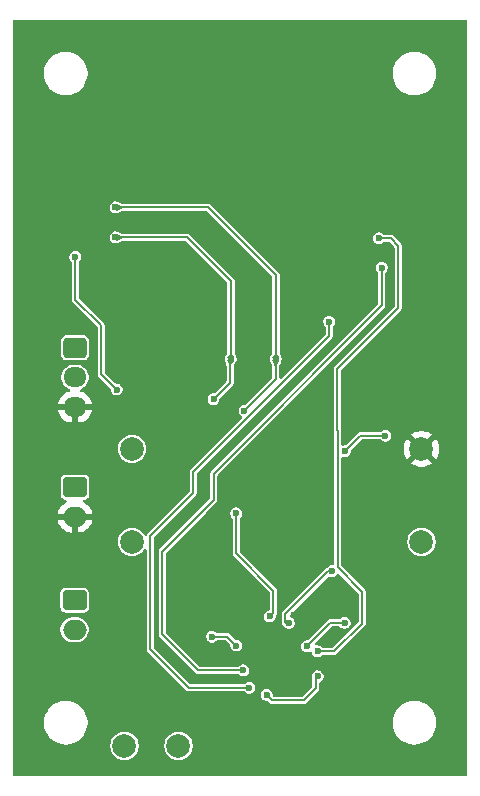
<source format=gbr>
%TF.GenerationSoftware,KiCad,Pcbnew,9.0.2*%
%TF.CreationDate,2025-06-10T20:07:43+02:00*%
%TF.ProjectId,PEH Sensor,50454820-5365-46e7-936f-722e6b696361,rev?*%
%TF.SameCoordinates,Original*%
%TF.FileFunction,Copper,L2,Bot*%
%TF.FilePolarity,Positive*%
%FSLAX46Y46*%
G04 Gerber Fmt 4.6, Leading zero omitted, Abs format (unit mm)*
G04 Created by KiCad (PCBNEW 9.0.2) date 2025-06-10 20:07:43*
%MOMM*%
%LPD*%
G01*
G04 APERTURE LIST*
G04 Aperture macros list*
%AMRoundRect*
0 Rectangle with rounded corners*
0 $1 Rounding radius*
0 $2 $3 $4 $5 $6 $7 $8 $9 X,Y pos of 4 corners*
0 Add a 4 corners polygon primitive as box body*
4,1,4,$2,$3,$4,$5,$6,$7,$8,$9,$2,$3,0*
0 Add four circle primitives for the rounded corners*
1,1,$1+$1,$2,$3*
1,1,$1+$1,$4,$5*
1,1,$1+$1,$6,$7*
1,1,$1+$1,$8,$9*
0 Add four rect primitives between the rounded corners*
20,1,$1+$1,$2,$3,$4,$5,0*
20,1,$1+$1,$4,$5,$6,$7,0*
20,1,$1+$1,$6,$7,$8,$9,0*
20,1,$1+$1,$8,$9,$2,$3,0*%
G04 Aperture macros list end*
%TA.AperFunction,ComponentPad*%
%ADD10C,2.000000*%
%TD*%
%TA.AperFunction,ComponentPad*%
%ADD11RoundRect,0.250000X-0.750000X0.600000X-0.750000X-0.600000X0.750000X-0.600000X0.750000X0.600000X0*%
%TD*%
%TA.AperFunction,ComponentPad*%
%ADD12O,2.000000X1.700000*%
%TD*%
%TA.AperFunction,ComponentPad*%
%ADD13RoundRect,0.250000X-0.725000X0.600000X-0.725000X-0.600000X0.725000X-0.600000X0.725000X0.600000X0*%
%TD*%
%TA.AperFunction,ComponentPad*%
%ADD14O,1.950000X1.700000*%
%TD*%
%TA.AperFunction,ViaPad*%
%ADD15C,0.600000*%
%TD*%
%TA.AperFunction,Conductor*%
%ADD16C,0.200000*%
%TD*%
G04 APERTURE END LIST*
D10*
%TO.P,TP1,1,1*%
%TO.N,Net-(D2-COM)*%
X136652000Y-120142000D03*
%TD*%
%TO.P,TP4,1,1*%
%TO.N,Net-(D1-K)*%
X137287000Y-102870000D03*
%TD*%
%TO.P,TP6,1,1*%
%TO.N,Net-(JP2-A)*%
X161798000Y-102870000D03*
%TD*%
D11*
%TO.P,BT1,1,+*%
%TO.N,/VPHE-*%
X132461000Y-98245500D03*
D12*
%TO.P,BT1,2,-*%
%TO.N,GND*%
X132461000Y-100745500D03*
%TD*%
D10*
%TO.P,TP2,1,1*%
%TO.N,Net-(D1-COM)*%
X141224000Y-120142000D03*
%TD*%
%TO.P,TP3,1,1*%
%TO.N,GND*%
X161798000Y-94996000D03*
%TD*%
%TO.P,TP5,1,1*%
%TO.N,/VPHE-*%
X137287000Y-94996000D03*
%TD*%
D11*
%TO.P,V1,1*%
%TO.N,Net-(D2-COM)*%
X132435600Y-107797600D03*
D12*
%TO.P,V1,2*%
%TO.N,Net-(D1-COM)*%
X132435600Y-110297600D03*
%TD*%
D13*
%TO.P,J1,1,Pin_1*%
%TO.N,/A_IN_SKU*%
X132461000Y-86439500D03*
D14*
%TO.P,J1,2,Pin_2*%
%TO.N,Net-(J1-Pin_2)*%
X132461000Y-88939500D03*
%TO.P,J1,3,Pin_3*%
%TO.N,GND*%
X132461000Y-91439500D03*
%TD*%
D15*
%TO.N,GND*%
X151430000Y-64384000D03*
X152700000Y-64384000D03*
X148761500Y-111747500D03*
X150622000Y-99314000D03*
X146602500Y-120256500D03*
X150368000Y-100330000D03*
X146475500Y-109334500D03*
X151936500Y-110096500D03*
X151430000Y-65400000D03*
X144018000Y-93218000D03*
X152400000Y-100330000D03*
X136823500Y-112255500D03*
X148761500Y-112763500D03*
X151047500Y-109080500D03*
X149777500Y-112763500D03*
X149777500Y-111747500D03*
X152700000Y-65400000D03*
X160528000Y-91694000D03*
X152069800Y-92151200D03*
X152908000Y-97282000D03*
X143256000Y-98806000D03*
X155702000Y-89154000D03*
X145586500Y-110223500D03*
X155746500Y-120256500D03*
X159512000Y-91694000D03*
X153924000Y-96266000D03*
X148183600Y-87376000D03*
X151430000Y-63368000D03*
X145586500Y-109334500D03*
X150876000Y-86868000D03*
X144062500Y-117970500D03*
X156210000Y-88138000D03*
X158242000Y-91694000D03*
X152908000Y-96266000D03*
X146475500Y-110223500D03*
X152389250Y-93359650D03*
X153924000Y-97282000D03*
X143256000Y-97790000D03*
X152825500Y-110096500D03*
X150368000Y-85852000D03*
X150317200Y-115671600D03*
X151638000Y-85852000D03*
X144780000Y-95554800D03*
X146304000Y-90932000D03*
X151384000Y-100330000D03*
X141776500Y-117970500D03*
X151936500Y-109080500D03*
X141884400Y-103327200D03*
X145288000Y-90932000D03*
X145288000Y-98552000D03*
X145288000Y-99568000D03*
X136823500Y-116192500D03*
X152700000Y-63368000D03*
%TO.N,+3V3*%
X132486400Y-78740000D03*
X135991600Y-89966800D03*
%TO.N,/SDA*%
X149453600Y-87376000D03*
X146812000Y-91744800D03*
X135890000Y-74549000D03*
%TO.N,/SCL*%
X135890000Y-77089000D03*
X144195800Y-90779600D03*
X145643600Y-87376000D03*
%TO.N,/VPHE+*%
X146100800Y-100457000D03*
X148945600Y-109169200D03*
%TO.N,Net-(D1-K)*%
X146119866Y-111641806D03*
X144068800Y-110895500D03*
%TO.N,/{slash}EN*%
X146710400Y-113741200D03*
X158445200Y-79654400D03*
%TO.N,/VBAT_OK*%
X153009600Y-112131500D03*
X158191200Y-77165200D03*
%TO.N,+5V*%
X158750000Y-93878400D03*
X155295600Y-95199200D03*
%TO.N,/VOUT_EN*%
X153981160Y-84226000D03*
X147218400Y-115214400D03*
%TO.N,Net-(JP2-A)*%
X152095200Y-111709200D03*
X155295600Y-109728000D03*
%TO.N,Net-(U2-LBUCK)*%
X150564720Y-109718409D03*
X154194000Y-105359200D03*
%TO.N,Net-(U2-VRDIV)*%
X153011300Y-114247500D03*
X148691600Y-115824000D03*
%TD*%
D16*
%TO.N,+3V3*%
X134670800Y-88646000D02*
X134670800Y-84531200D01*
X135991600Y-89966800D02*
X134670800Y-88646000D01*
X132486400Y-82346800D02*
X132486400Y-78740000D01*
X134670800Y-84531200D02*
X132486400Y-82346800D01*
%TO.N,/SDA*%
X149479000Y-80264000D02*
X143764000Y-74549000D01*
X146812000Y-91744800D02*
X149453600Y-89103200D01*
X149479000Y-87350600D02*
X149479000Y-80264000D01*
X149453600Y-89103200D02*
X149453600Y-87376000D01*
X143764000Y-74549000D02*
X135890000Y-74549000D01*
X149453600Y-87376000D02*
X149479000Y-87350600D01*
%TO.N,/SCL*%
X145669000Y-87350600D02*
X145669000Y-80772000D01*
X145643600Y-87376000D02*
X145669000Y-87350600D01*
X145592800Y-87426800D02*
X145643600Y-87376000D01*
X144195800Y-90779600D02*
X145592800Y-89382600D01*
X145669000Y-80772000D02*
X141986000Y-77089000D01*
X145592800Y-89382600D02*
X145592800Y-87426800D01*
X141986000Y-77089000D02*
X135890000Y-77089000D01*
%TO.N,/VPHE+*%
X146100800Y-100457000D02*
X146100800Y-103835200D01*
X149250400Y-106984800D02*
X149250400Y-108864400D01*
X146100800Y-103835200D02*
X149250400Y-106984800D01*
X149250400Y-108864400D02*
X148945600Y-109169200D01*
%TO.N,Net-(D1-K)*%
X146119866Y-111641806D02*
X145373560Y-110895500D01*
X145373560Y-110895500D02*
X144068800Y-110895500D01*
%TO.N,/{slash}EN*%
X139852400Y-110693200D02*
X139852400Y-103682800D01*
X144219000Y-99316200D02*
X144219000Y-97078800D01*
X142900400Y-113741200D02*
X139852400Y-110693200D01*
X158445200Y-82852600D02*
X158445200Y-79654400D01*
X139852400Y-103682800D02*
X144219000Y-99316200D01*
X144219000Y-97078800D02*
X158445200Y-82852600D01*
X146710400Y-113741200D02*
X142900400Y-113741200D01*
%TO.N,/VBAT_OK*%
X154694600Y-93421200D02*
X154686000Y-93412600D01*
X159816800Y-83058000D02*
X159816800Y-77774800D01*
X159816800Y-77774800D02*
X159207200Y-77165200D01*
X154686000Y-88188800D02*
X159816800Y-83058000D01*
X156768800Y-109778800D02*
X156768800Y-107084057D01*
X154416100Y-112131500D02*
X156768800Y-109778800D01*
X154694600Y-105009857D02*
X154694600Y-93421200D01*
X156768800Y-107084057D02*
X154694600Y-105009857D01*
X153009600Y-112131500D02*
X154416100Y-112131500D01*
X159207200Y-77165200D02*
X158191200Y-77165200D01*
X154686000Y-93412600D02*
X154686000Y-88188800D01*
%TO.N,+5V*%
X156616400Y-93878400D02*
X155295600Y-95199200D01*
X158750000Y-93878400D02*
X156616400Y-93878400D01*
%TO.N,/VOUT_EN*%
X153981160Y-85425583D02*
X153981160Y-84226000D01*
X138836400Y-102362000D02*
X142468600Y-98729800D01*
X142138400Y-115214400D02*
X138836400Y-111912400D01*
X147218400Y-115214400D02*
X142138400Y-115214400D01*
X142468600Y-98729800D02*
X142468600Y-96938144D01*
X138836400Y-111912400D02*
X138836400Y-102362000D01*
X142468600Y-96938144D02*
X153981160Y-85425583D01*
%TO.N,Net-(JP2-A)*%
X155295600Y-109728000D02*
X154076400Y-109728000D01*
X154076400Y-109728000D02*
X152095200Y-111709200D01*
%TO.N,Net-(U2-LBUCK)*%
X150341009Y-109718409D02*
X150266400Y-109643800D01*
X150266400Y-109011657D02*
X153918857Y-105359200D01*
X150266400Y-109643800D02*
X150266400Y-109011657D01*
X153918857Y-105359200D02*
X154194000Y-105359200D01*
X150564720Y-109718409D02*
X150341009Y-109718409D01*
%TO.N,Net-(U2-VRDIV)*%
X149140200Y-116272600D02*
X148691600Y-115824000D01*
X152857200Y-115265200D02*
X151849800Y-116272600D01*
X153011300Y-114247500D02*
X152857200Y-114401600D01*
X151849800Y-116272600D02*
X149140200Y-116272600D01*
X152857200Y-114401600D02*
X152857200Y-115265200D01*
%TD*%
%TA.AperFunction,Conductor*%
%TO.N,GND*%
G36*
X165623539Y-58698185D02*
G01*
X165669294Y-58750989D01*
X165680500Y-58802500D01*
X165680500Y-122553500D01*
X165660815Y-122620539D01*
X165608011Y-122666294D01*
X165556500Y-122677500D01*
X127305500Y-122677500D01*
X127238461Y-122657815D01*
X127192706Y-122605011D01*
X127181500Y-122553500D01*
X127181500Y-120047513D01*
X135451500Y-120047513D01*
X135451500Y-120236486D01*
X135481059Y-120423118D01*
X135539454Y-120602836D01*
X135625240Y-120771199D01*
X135736310Y-120924073D01*
X135869927Y-121057690D01*
X136022801Y-121168760D01*
X136102347Y-121209290D01*
X136191163Y-121254545D01*
X136191165Y-121254545D01*
X136191168Y-121254547D01*
X136287497Y-121285846D01*
X136370881Y-121312940D01*
X136557514Y-121342500D01*
X136557519Y-121342500D01*
X136746486Y-121342500D01*
X136933118Y-121312940D01*
X137112832Y-121254547D01*
X137281199Y-121168760D01*
X137434073Y-121057690D01*
X137567690Y-120924073D01*
X137678760Y-120771199D01*
X137764547Y-120602832D01*
X137822940Y-120423118D01*
X137852500Y-120236486D01*
X137852500Y-120047513D01*
X140023500Y-120047513D01*
X140023500Y-120236486D01*
X140053059Y-120423118D01*
X140111454Y-120602836D01*
X140197240Y-120771199D01*
X140308310Y-120924073D01*
X140441927Y-121057690D01*
X140594801Y-121168760D01*
X140674347Y-121209290D01*
X140763163Y-121254545D01*
X140763165Y-121254545D01*
X140763168Y-121254547D01*
X140859497Y-121285846D01*
X140942881Y-121312940D01*
X141129514Y-121342500D01*
X141129519Y-121342500D01*
X141318486Y-121342500D01*
X141505118Y-121312940D01*
X141684832Y-121254547D01*
X141853199Y-121168760D01*
X142006073Y-121057690D01*
X142139690Y-120924073D01*
X142250760Y-120771199D01*
X142336547Y-120602832D01*
X142394940Y-120423118D01*
X142424500Y-120236486D01*
X142424500Y-120047513D01*
X142394940Y-119860881D01*
X142367846Y-119777497D01*
X142336547Y-119681168D01*
X142336545Y-119681165D01*
X142336545Y-119681163D01*
X142250759Y-119512800D01*
X142139690Y-119359927D01*
X142006073Y-119226310D01*
X141853199Y-119115240D01*
X141684836Y-119029454D01*
X141505118Y-118971059D01*
X141318486Y-118941500D01*
X141318481Y-118941500D01*
X141129519Y-118941500D01*
X141129514Y-118941500D01*
X140942881Y-118971059D01*
X140763163Y-119029454D01*
X140594800Y-119115240D01*
X140507579Y-119178610D01*
X140441927Y-119226310D01*
X140441925Y-119226312D01*
X140441924Y-119226312D01*
X140308312Y-119359924D01*
X140308312Y-119359925D01*
X140308310Y-119359927D01*
X140260610Y-119425579D01*
X140197240Y-119512800D01*
X140111454Y-119681163D01*
X140053059Y-119860881D01*
X140023500Y-120047513D01*
X137852500Y-120047513D01*
X137822940Y-119860881D01*
X137795846Y-119777497D01*
X137764547Y-119681168D01*
X137764545Y-119681165D01*
X137764545Y-119681163D01*
X137678759Y-119512800D01*
X137567690Y-119359927D01*
X137434073Y-119226310D01*
X137281199Y-119115240D01*
X137112836Y-119029454D01*
X136933118Y-118971059D01*
X136746486Y-118941500D01*
X136746481Y-118941500D01*
X136557519Y-118941500D01*
X136557514Y-118941500D01*
X136370881Y-118971059D01*
X136191163Y-119029454D01*
X136022800Y-119115240D01*
X135935579Y-119178610D01*
X135869927Y-119226310D01*
X135869925Y-119226312D01*
X135869924Y-119226312D01*
X135736312Y-119359924D01*
X135736312Y-119359925D01*
X135736310Y-119359927D01*
X135688610Y-119425579D01*
X135625240Y-119512800D01*
X135539454Y-119681163D01*
X135481059Y-119860881D01*
X135451500Y-120047513D01*
X127181500Y-120047513D01*
X127181500Y-118056711D01*
X129830500Y-118056711D01*
X129830500Y-118299288D01*
X129862161Y-118539785D01*
X129924947Y-118774104D01*
X129994285Y-118941500D01*
X130017776Y-118998212D01*
X130139064Y-119208289D01*
X130139066Y-119208292D01*
X130139067Y-119208293D01*
X130286733Y-119400736D01*
X130286739Y-119400743D01*
X130458256Y-119572260D01*
X130458262Y-119572265D01*
X130650711Y-119719936D01*
X130860788Y-119841224D01*
X131084900Y-119934054D01*
X131319211Y-119996838D01*
X131499586Y-120020584D01*
X131559711Y-120028500D01*
X131559712Y-120028500D01*
X131802289Y-120028500D01*
X131850388Y-120022167D01*
X132042789Y-119996838D01*
X132277100Y-119934054D01*
X132291508Y-119928086D01*
X132291509Y-119928086D01*
X132354753Y-119901888D01*
X132501212Y-119841224D01*
X132711289Y-119719936D01*
X132903738Y-119572265D01*
X133075265Y-119400738D01*
X133222936Y-119208289D01*
X133344224Y-118998212D01*
X133437054Y-118774100D01*
X133499838Y-118539789D01*
X133531500Y-118299288D01*
X133531500Y-118056712D01*
X133531500Y-118056711D01*
X159349500Y-118056711D01*
X159349500Y-118299288D01*
X159381161Y-118539785D01*
X159443947Y-118774104D01*
X159513285Y-118941500D01*
X159536776Y-118998212D01*
X159658064Y-119208289D01*
X159658066Y-119208292D01*
X159658067Y-119208293D01*
X159805733Y-119400736D01*
X159805739Y-119400743D01*
X159977256Y-119572260D01*
X159977262Y-119572265D01*
X160169711Y-119719936D01*
X160379788Y-119841224D01*
X160603900Y-119934054D01*
X160838211Y-119996838D01*
X161018586Y-120020584D01*
X161078711Y-120028500D01*
X161078712Y-120028500D01*
X161321289Y-120028500D01*
X161369388Y-120022167D01*
X161561789Y-119996838D01*
X161796100Y-119934054D01*
X162020212Y-119841224D01*
X162230289Y-119719936D01*
X162422738Y-119572265D01*
X162594265Y-119400738D01*
X162741936Y-119208289D01*
X162863224Y-118998212D01*
X162956054Y-118774100D01*
X163018838Y-118539789D01*
X163050500Y-118299288D01*
X163050500Y-118056712D01*
X163018838Y-117816211D01*
X162956054Y-117581900D01*
X162863224Y-117357788D01*
X162741936Y-117147711D01*
X162594265Y-116955262D01*
X162594260Y-116955256D01*
X162422743Y-116783739D01*
X162422736Y-116783733D01*
X162230293Y-116636067D01*
X162230292Y-116636066D01*
X162230289Y-116636064D01*
X162020212Y-116514776D01*
X162016069Y-116513060D01*
X161796104Y-116421947D01*
X161561785Y-116359161D01*
X161321289Y-116327500D01*
X161321288Y-116327500D01*
X161078712Y-116327500D01*
X161078711Y-116327500D01*
X160838214Y-116359161D01*
X160603895Y-116421947D01*
X160379794Y-116514773D01*
X160379785Y-116514777D01*
X160169706Y-116636067D01*
X159977263Y-116783733D01*
X159977256Y-116783739D01*
X159805739Y-116955256D01*
X159805733Y-116955263D01*
X159658067Y-117147706D01*
X159536777Y-117357785D01*
X159536773Y-117357794D01*
X159443947Y-117581895D01*
X159381161Y-117816214D01*
X159349500Y-118056711D01*
X133531500Y-118056711D01*
X133499838Y-117816211D01*
X133437054Y-117581900D01*
X133344224Y-117357788D01*
X133222936Y-117147711D01*
X133075265Y-116955262D01*
X133075260Y-116955256D01*
X132903743Y-116783739D01*
X132903736Y-116783733D01*
X132711293Y-116636067D01*
X132711292Y-116636066D01*
X132711289Y-116636064D01*
X132501212Y-116514776D01*
X132497069Y-116513060D01*
X132277104Y-116421947D01*
X132042785Y-116359161D01*
X131802289Y-116327500D01*
X131802288Y-116327500D01*
X131559712Y-116327500D01*
X131559711Y-116327500D01*
X131319214Y-116359161D01*
X131084895Y-116421947D01*
X130860794Y-116514773D01*
X130860785Y-116514777D01*
X130650706Y-116636067D01*
X130458263Y-116783733D01*
X130458256Y-116783739D01*
X130286739Y-116955256D01*
X130286733Y-116955263D01*
X130139067Y-117147706D01*
X130017777Y-117357785D01*
X130017773Y-117357794D01*
X129924947Y-117581895D01*
X129862161Y-117816214D01*
X129830500Y-118056711D01*
X127181500Y-118056711D01*
X127181500Y-115758108D01*
X148191100Y-115758108D01*
X148191100Y-115889892D01*
X148193704Y-115899611D01*
X148225208Y-116017187D01*
X148258154Y-116074250D01*
X148291100Y-116131314D01*
X148384286Y-116224500D01*
X148498414Y-116290392D01*
X148625708Y-116324500D01*
X148625710Y-116324500D01*
X148715767Y-116324500D01*
X148782806Y-116344185D01*
X148803448Y-116360819D01*
X148899740Y-116457111D01*
X148955689Y-116513060D01*
X148955691Y-116513061D01*
X148955695Y-116513064D01*
X149024204Y-116552617D01*
X149024211Y-116552621D01*
X149100638Y-116573100D01*
X149100640Y-116573100D01*
X151889360Y-116573100D01*
X151889362Y-116573100D01*
X151965789Y-116552621D01*
X152034311Y-116513060D01*
X152090260Y-116457111D01*
X153097660Y-115449711D01*
X153137222Y-115381188D01*
X153157700Y-115304762D01*
X153157700Y-115225638D01*
X153157700Y-114812495D01*
X153177385Y-114745456D01*
X153219700Y-114705108D01*
X153318614Y-114648000D01*
X153411800Y-114554814D01*
X153477692Y-114440686D01*
X153511800Y-114313392D01*
X153511800Y-114181608D01*
X153477692Y-114054314D01*
X153411800Y-113940186D01*
X153318614Y-113847000D01*
X153261550Y-113814054D01*
X153204487Y-113781108D01*
X153140839Y-113764054D01*
X153077192Y-113747000D01*
X152945408Y-113747000D01*
X152818112Y-113781108D01*
X152703986Y-113847000D01*
X152703983Y-113847002D01*
X152610802Y-113940183D01*
X152610800Y-113940186D01*
X152544908Y-114054312D01*
X152510800Y-114181608D01*
X152510800Y-114313391D01*
X152544908Y-114440685D01*
X152547263Y-114446371D01*
X152556700Y-114493820D01*
X152556700Y-115089367D01*
X152537015Y-115156406D01*
X152520381Y-115177048D01*
X151761648Y-115935781D01*
X151700325Y-115969266D01*
X151673967Y-115972100D01*
X149316100Y-115972100D01*
X149249061Y-115952415D01*
X149203306Y-115899611D01*
X149192100Y-115848100D01*
X149192100Y-115758110D01*
X149192100Y-115758108D01*
X149157992Y-115630814D01*
X149092100Y-115516686D01*
X148998914Y-115423500D01*
X148941850Y-115390554D01*
X148884787Y-115357608D01*
X148821139Y-115340554D01*
X148757492Y-115323500D01*
X148625708Y-115323500D01*
X148498412Y-115357608D01*
X148384286Y-115423500D01*
X148384283Y-115423502D01*
X148291102Y-115516683D01*
X148291100Y-115516686D01*
X148225208Y-115630812D01*
X148202678Y-115714899D01*
X148191100Y-115758108D01*
X127181500Y-115758108D01*
X127181500Y-110194130D01*
X131235100Y-110194130D01*
X131235100Y-110401069D01*
X131275468Y-110604012D01*
X131275470Y-110604020D01*
X131280216Y-110615479D01*
X131354659Y-110795198D01*
X131377651Y-110829608D01*
X131469624Y-110967257D01*
X131615942Y-111113575D01*
X131615945Y-111113577D01*
X131788002Y-111228541D01*
X131979180Y-111307730D01*
X132113723Y-111334492D01*
X132182130Y-111348099D01*
X132182134Y-111348100D01*
X132182135Y-111348100D01*
X132689066Y-111348100D01*
X132689067Y-111348099D01*
X132892020Y-111307730D01*
X133083198Y-111228541D01*
X133255255Y-111113577D01*
X133401577Y-110967255D01*
X133516541Y-110795198D01*
X133595730Y-110604020D01*
X133636100Y-110401065D01*
X133636100Y-110194135D01*
X133595730Y-109991180D01*
X133516541Y-109800002D01*
X133401577Y-109627945D01*
X133401575Y-109627942D01*
X133255257Y-109481624D01*
X133119898Y-109391181D01*
X133083198Y-109366659D01*
X133072882Y-109362386D01*
X132892020Y-109287470D01*
X132892012Y-109287468D01*
X132689069Y-109247100D01*
X132689065Y-109247100D01*
X132182135Y-109247100D01*
X132182130Y-109247100D01*
X131979187Y-109287468D01*
X131979179Y-109287470D01*
X131788003Y-109366658D01*
X131615942Y-109481624D01*
X131469624Y-109627942D01*
X131354658Y-109800003D01*
X131275470Y-109991179D01*
X131275468Y-109991187D01*
X131235100Y-110194130D01*
X127181500Y-110194130D01*
X127181500Y-107143330D01*
X131235100Y-107143330D01*
X131235100Y-108451869D01*
X131237953Y-108482299D01*
X131237953Y-108482301D01*
X131282806Y-108610480D01*
X131282807Y-108610482D01*
X131363450Y-108719750D01*
X131472718Y-108800393D01*
X131515445Y-108815344D01*
X131600899Y-108845246D01*
X131631330Y-108848100D01*
X131631334Y-108848100D01*
X133239870Y-108848100D01*
X133270299Y-108845246D01*
X133270301Y-108845246D01*
X133334390Y-108822819D01*
X133398482Y-108800393D01*
X133507750Y-108719750D01*
X133588393Y-108610482D01*
X133610819Y-108546390D01*
X133633246Y-108482301D01*
X133633246Y-108482299D01*
X133636100Y-108451869D01*
X133636100Y-107143330D01*
X133633246Y-107112900D01*
X133633246Y-107112898D01*
X133588393Y-106984719D01*
X133588392Y-106984717D01*
X133507750Y-106875450D01*
X133398482Y-106794807D01*
X133398480Y-106794806D01*
X133270300Y-106749953D01*
X133239870Y-106747100D01*
X133239866Y-106747100D01*
X131631334Y-106747100D01*
X131631330Y-106747100D01*
X131600900Y-106749953D01*
X131600898Y-106749953D01*
X131472719Y-106794806D01*
X131472717Y-106794807D01*
X131363450Y-106875450D01*
X131282807Y-106984717D01*
X131282806Y-106984719D01*
X131237953Y-107112898D01*
X131237953Y-107112900D01*
X131235100Y-107143330D01*
X127181500Y-107143330D01*
X127181500Y-100495500D01*
X130983769Y-100495500D01*
X132027988Y-100495500D01*
X131995075Y-100552507D01*
X131961000Y-100679674D01*
X131961000Y-100811326D01*
X131995075Y-100938493D01*
X132027988Y-100995500D01*
X130983769Y-100995500D01*
X130994242Y-101061626D01*
X130994242Y-101061629D01*
X131059904Y-101263717D01*
X131156379Y-101453057D01*
X131281272Y-101624959D01*
X131281276Y-101624964D01*
X131431535Y-101775223D01*
X131431540Y-101775227D01*
X131603442Y-101900120D01*
X131792782Y-101996595D01*
X131994870Y-102062257D01*
X132204754Y-102095500D01*
X132211000Y-102095500D01*
X132211000Y-101178512D01*
X132268007Y-101211425D01*
X132395174Y-101245500D01*
X132526826Y-101245500D01*
X132653993Y-101211425D01*
X132711000Y-101178512D01*
X132711000Y-102095500D01*
X132717246Y-102095500D01*
X132927127Y-102062257D01*
X132927130Y-102062257D01*
X133129217Y-101996595D01*
X133318557Y-101900120D01*
X133490459Y-101775227D01*
X133490464Y-101775223D01*
X133640723Y-101624964D01*
X133640727Y-101624959D01*
X133765620Y-101453057D01*
X133862095Y-101263717D01*
X133927757Y-101061629D01*
X133927757Y-101061626D01*
X133938231Y-100995500D01*
X132894012Y-100995500D01*
X132926925Y-100938493D01*
X132961000Y-100811326D01*
X132961000Y-100679674D01*
X132926925Y-100552507D01*
X132894012Y-100495500D01*
X133938231Y-100495500D01*
X133927757Y-100429373D01*
X133927757Y-100429370D01*
X133862095Y-100227282D01*
X133765620Y-100037942D01*
X133640727Y-99866040D01*
X133640723Y-99866035D01*
X133490464Y-99715776D01*
X133490459Y-99715772D01*
X133318557Y-99590879D01*
X133200029Y-99530485D01*
X133149233Y-99482510D01*
X133132438Y-99414689D01*
X133154976Y-99348554D01*
X133209691Y-99305103D01*
X133256324Y-99296000D01*
X133265270Y-99296000D01*
X133295699Y-99293146D01*
X133295701Y-99293146D01*
X133359790Y-99270719D01*
X133423882Y-99248293D01*
X133533150Y-99167650D01*
X133613793Y-99058382D01*
X133636219Y-98994290D01*
X133658646Y-98930201D01*
X133658646Y-98930199D01*
X133661500Y-98899769D01*
X133661500Y-97591230D01*
X133658646Y-97560800D01*
X133658646Y-97560798D01*
X133613793Y-97432619D01*
X133613792Y-97432617D01*
X133533150Y-97323350D01*
X133423882Y-97242707D01*
X133423880Y-97242706D01*
X133295700Y-97197853D01*
X133265270Y-97195000D01*
X133265266Y-97195000D01*
X131656734Y-97195000D01*
X131656730Y-97195000D01*
X131626300Y-97197853D01*
X131626298Y-97197853D01*
X131498119Y-97242706D01*
X131498117Y-97242707D01*
X131388850Y-97323350D01*
X131308207Y-97432617D01*
X131308206Y-97432619D01*
X131263353Y-97560798D01*
X131263353Y-97560800D01*
X131260500Y-97591230D01*
X131260500Y-98899769D01*
X131263353Y-98930199D01*
X131263353Y-98930201D01*
X131308206Y-99058380D01*
X131308207Y-99058382D01*
X131388850Y-99167650D01*
X131498118Y-99248293D01*
X131540845Y-99263244D01*
X131626299Y-99293146D01*
X131656730Y-99296000D01*
X131665676Y-99296000D01*
X131732715Y-99315685D01*
X131778470Y-99368489D01*
X131788414Y-99437647D01*
X131759389Y-99501203D01*
X131721971Y-99530485D01*
X131603442Y-99590879D01*
X131431540Y-99715772D01*
X131431535Y-99715776D01*
X131281276Y-99866035D01*
X131281272Y-99866040D01*
X131156379Y-100037942D01*
X131059904Y-100227282D01*
X130994242Y-100429370D01*
X130994242Y-100429373D01*
X130983769Y-100495500D01*
X127181500Y-100495500D01*
X127181500Y-94901513D01*
X136086500Y-94901513D01*
X136086500Y-95090486D01*
X136116059Y-95277118D01*
X136174454Y-95456836D01*
X136249252Y-95603634D01*
X136260240Y-95625199D01*
X136371310Y-95778073D01*
X136504927Y-95911690D01*
X136657801Y-96022760D01*
X136737347Y-96063290D01*
X136826163Y-96108545D01*
X136826165Y-96108545D01*
X136826168Y-96108547D01*
X136922497Y-96139846D01*
X137005881Y-96166940D01*
X137192514Y-96196500D01*
X137192519Y-96196500D01*
X137381486Y-96196500D01*
X137568118Y-96166940D01*
X137747832Y-96108547D01*
X137916199Y-96022760D01*
X138069073Y-95911690D01*
X138202690Y-95778073D01*
X138313760Y-95625199D01*
X138399547Y-95456832D01*
X138457940Y-95277118D01*
X138459845Y-95265090D01*
X138487500Y-95090486D01*
X138487500Y-94901513D01*
X138457940Y-94714881D01*
X138399545Y-94535163D01*
X138354290Y-94446347D01*
X138313760Y-94366801D01*
X138202690Y-94213927D01*
X138069073Y-94080310D01*
X137916199Y-93969240D01*
X137867232Y-93944290D01*
X137747836Y-93883454D01*
X137568118Y-93825059D01*
X137381486Y-93795500D01*
X137381481Y-93795500D01*
X137192519Y-93795500D01*
X137192514Y-93795500D01*
X137005881Y-93825059D01*
X136826163Y-93883454D01*
X136657800Y-93969240D01*
X136570579Y-94032610D01*
X136504927Y-94080310D01*
X136504925Y-94080312D01*
X136504924Y-94080312D01*
X136371312Y-94213924D01*
X136371312Y-94213925D01*
X136371310Y-94213927D01*
X136324106Y-94278897D01*
X136260240Y-94366800D01*
X136174454Y-94535163D01*
X136116059Y-94714881D01*
X136086500Y-94901513D01*
X127181500Y-94901513D01*
X127181500Y-91189500D01*
X131008769Y-91189500D01*
X132056854Y-91189500D01*
X132018370Y-91256157D01*
X131986000Y-91376965D01*
X131986000Y-91502035D01*
X132018370Y-91622843D01*
X132056854Y-91689500D01*
X131008769Y-91689500D01*
X131019242Y-91755626D01*
X131019242Y-91755629D01*
X131084904Y-91957717D01*
X131181379Y-92147057D01*
X131306272Y-92318959D01*
X131306276Y-92318964D01*
X131456535Y-92469223D01*
X131456540Y-92469227D01*
X131628442Y-92594120D01*
X131817782Y-92690595D01*
X132019872Y-92756257D01*
X132211000Y-92786529D01*
X132211000Y-91843645D01*
X132277657Y-91882130D01*
X132398465Y-91914500D01*
X132523535Y-91914500D01*
X132644343Y-91882130D01*
X132711000Y-91843645D01*
X132711000Y-92786528D01*
X132902127Y-92756257D01*
X133104217Y-92690595D01*
X133293557Y-92594120D01*
X133465459Y-92469227D01*
X133465464Y-92469223D01*
X133615723Y-92318964D01*
X133615727Y-92318959D01*
X133740620Y-92147057D01*
X133837095Y-91957717D01*
X133902757Y-91755629D01*
X133902757Y-91755626D01*
X133913231Y-91689500D01*
X132865146Y-91689500D01*
X132903630Y-91622843D01*
X132936000Y-91502035D01*
X132936000Y-91376965D01*
X132903630Y-91256157D01*
X132865146Y-91189500D01*
X133913231Y-91189500D01*
X133902757Y-91123373D01*
X133902757Y-91123370D01*
X133837095Y-90921282D01*
X133740620Y-90731942D01*
X133615727Y-90560040D01*
X133615723Y-90560035D01*
X133465464Y-90409776D01*
X133465459Y-90409772D01*
X133293557Y-90284879D01*
X133104216Y-90188404D01*
X132982144Y-90148740D01*
X132924468Y-90109302D01*
X132897270Y-90044944D01*
X132909185Y-89976097D01*
X132956429Y-89924622D01*
X132973006Y-89916249D01*
X133083598Y-89870441D01*
X133255655Y-89755477D01*
X133401977Y-89609155D01*
X133516941Y-89437098D01*
X133596130Y-89245920D01*
X133636500Y-89042965D01*
X133636500Y-88836035D01*
X133596130Y-88633080D01*
X133516941Y-88441902D01*
X133401977Y-88269845D01*
X133401975Y-88269842D01*
X133255657Y-88123524D01*
X133169626Y-88066041D01*
X133083598Y-88008559D01*
X133073289Y-88004289D01*
X132892420Y-87929370D01*
X132892412Y-87929368D01*
X132689469Y-87889000D01*
X132689465Y-87889000D01*
X132232535Y-87889000D01*
X132232530Y-87889000D01*
X132029587Y-87929368D01*
X132029579Y-87929370D01*
X131838403Y-88008558D01*
X131666342Y-88123524D01*
X131520024Y-88269842D01*
X131405058Y-88441903D01*
X131325870Y-88633079D01*
X131325868Y-88633087D01*
X131285500Y-88836030D01*
X131285500Y-89042969D01*
X131325868Y-89245912D01*
X131325870Y-89245920D01*
X131343180Y-89287711D01*
X131405059Y-89437098D01*
X131446146Y-89498589D01*
X131520024Y-89609157D01*
X131666342Y-89755475D01*
X131666345Y-89755477D01*
X131838402Y-89870441D01*
X131948990Y-89916248D01*
X132003393Y-89960089D01*
X132025458Y-90026383D01*
X132008179Y-90094082D01*
X131957042Y-90141693D01*
X131939856Y-90148740D01*
X131817781Y-90188405D01*
X131628442Y-90284879D01*
X131456540Y-90409772D01*
X131456535Y-90409776D01*
X131306276Y-90560035D01*
X131306272Y-90560040D01*
X131181379Y-90731942D01*
X131084904Y-90921282D01*
X131019242Y-91123370D01*
X131019242Y-91123373D01*
X131008769Y-91189500D01*
X127181500Y-91189500D01*
X127181500Y-85785230D01*
X131285500Y-85785230D01*
X131285500Y-87093769D01*
X131288353Y-87124199D01*
X131288353Y-87124201D01*
X131330745Y-87245346D01*
X131333207Y-87252382D01*
X131413850Y-87361650D01*
X131523118Y-87442293D01*
X131565845Y-87457244D01*
X131651299Y-87487146D01*
X131681730Y-87490000D01*
X131681734Y-87490000D01*
X133240270Y-87490000D01*
X133270699Y-87487146D01*
X133270701Y-87487146D01*
X133334790Y-87464719D01*
X133398882Y-87442293D01*
X133508150Y-87361650D01*
X133588793Y-87252382D01*
X133619852Y-87163620D01*
X133633646Y-87124201D01*
X133633646Y-87124199D01*
X133636500Y-87093769D01*
X133636500Y-85785230D01*
X133633646Y-85754800D01*
X133633646Y-85754798D01*
X133588793Y-85626619D01*
X133588792Y-85626617D01*
X133508150Y-85517350D01*
X133398882Y-85436707D01*
X133398880Y-85436706D01*
X133270700Y-85391853D01*
X133240270Y-85389000D01*
X133240266Y-85389000D01*
X131681734Y-85389000D01*
X131681730Y-85389000D01*
X131651300Y-85391853D01*
X131651298Y-85391853D01*
X131523119Y-85436706D01*
X131523117Y-85436707D01*
X131413850Y-85517350D01*
X131333207Y-85626617D01*
X131333206Y-85626619D01*
X131288353Y-85754798D01*
X131288353Y-85754800D01*
X131285500Y-85785230D01*
X127181500Y-85785230D01*
X127181500Y-78674108D01*
X131985900Y-78674108D01*
X131985900Y-78805891D01*
X132020008Y-78933187D01*
X132052954Y-78990250D01*
X132085900Y-79047314D01*
X132085902Y-79047316D01*
X132149581Y-79110995D01*
X132183066Y-79172318D01*
X132185900Y-79198676D01*
X132185900Y-82386362D01*
X132199552Y-82437313D01*
X132206379Y-82462790D01*
X132206382Y-82462795D01*
X132245935Y-82531304D01*
X132245941Y-82531312D01*
X134333981Y-84619352D01*
X134367466Y-84680675D01*
X134370300Y-84707033D01*
X134370300Y-88685562D01*
X134383952Y-88736513D01*
X134390779Y-88761990D01*
X134390780Y-88761991D01*
X134426106Y-88823178D01*
X134430340Y-88830511D01*
X134430342Y-88830514D01*
X135454781Y-89854952D01*
X135488266Y-89916275D01*
X135491100Y-89942633D01*
X135491100Y-90032691D01*
X135525208Y-90159987D01*
X135558154Y-90217050D01*
X135591100Y-90274114D01*
X135684286Y-90367300D01*
X135798414Y-90433192D01*
X135925708Y-90467300D01*
X135925710Y-90467300D01*
X136057490Y-90467300D01*
X136057492Y-90467300D01*
X136184786Y-90433192D01*
X136298914Y-90367300D01*
X136392100Y-90274114D01*
X136457992Y-90159986D01*
X136492100Y-90032692D01*
X136492100Y-89900908D01*
X136457992Y-89773614D01*
X136392100Y-89659486D01*
X136298914Y-89566300D01*
X136241850Y-89533354D01*
X136184787Y-89500408D01*
X136121139Y-89483354D01*
X136057492Y-89466300D01*
X135967433Y-89466300D01*
X135900394Y-89446615D01*
X135879752Y-89429981D01*
X135007619Y-88557848D01*
X134974134Y-88496525D01*
X134971300Y-88470167D01*
X134971300Y-84491639D01*
X134950820Y-84415209D01*
X134950817Y-84415204D01*
X134911264Y-84346695D01*
X134911258Y-84346687D01*
X132823219Y-82258648D01*
X132789734Y-82197325D01*
X132786900Y-82170967D01*
X132786900Y-79198676D01*
X132806585Y-79131637D01*
X132823219Y-79110995D01*
X132886900Y-79047314D01*
X132952792Y-78933186D01*
X132986900Y-78805892D01*
X132986900Y-78674108D01*
X132952792Y-78546814D01*
X132886900Y-78432686D01*
X132793714Y-78339500D01*
X132736650Y-78306554D01*
X132679587Y-78273608D01*
X132615939Y-78256554D01*
X132552292Y-78239500D01*
X132420508Y-78239500D01*
X132293212Y-78273608D01*
X132179086Y-78339500D01*
X132179083Y-78339502D01*
X132085902Y-78432683D01*
X132085900Y-78432686D01*
X132020008Y-78546812D01*
X131985900Y-78674108D01*
X127181500Y-78674108D01*
X127181500Y-77023108D01*
X135389500Y-77023108D01*
X135389500Y-77154891D01*
X135423608Y-77282187D01*
X135456554Y-77339250D01*
X135489500Y-77396314D01*
X135582686Y-77489500D01*
X135696814Y-77555392D01*
X135824108Y-77589500D01*
X135824110Y-77589500D01*
X135955889Y-77589500D01*
X135955892Y-77589500D01*
X135977330Y-77583755D01*
X136002628Y-77579718D01*
X136011514Y-77579232D01*
X136079771Y-77561725D01*
X136091733Y-77558267D01*
X136093077Y-77557834D01*
X136104731Y-77553689D01*
X136167076Y-77529373D01*
X136181898Y-77522909D01*
X136183562Y-77522104D01*
X136197953Y-77514423D01*
X136300304Y-77454456D01*
X136303829Y-77452343D01*
X136304196Y-77452118D01*
X136307130Y-77450285D01*
X136342294Y-77427902D01*
X136355660Y-77420510D01*
X136367777Y-77414754D01*
X136390096Y-77406667D01*
X136405746Y-77402644D01*
X136427785Y-77399054D01*
X136488007Y-77394754D01*
X136491540Y-77393852D01*
X136493515Y-77393349D01*
X136524169Y-77389500D01*
X141810167Y-77389500D01*
X141877206Y-77409185D01*
X141897848Y-77425819D01*
X145332181Y-80860152D01*
X145365666Y-80921475D01*
X145368500Y-80947833D01*
X145368500Y-86744247D01*
X145367800Y-86757401D01*
X145366809Y-86766683D01*
X145363209Y-86780412D01*
X145360441Y-86826382D01*
X145360136Y-86829242D01*
X145357437Y-86835772D01*
X145348613Y-86869770D01*
X145334732Y-86898673D01*
X145322540Y-86918875D01*
X145304049Y-86943797D01*
X145301478Y-86947340D01*
X145301286Y-86947610D01*
X145299085Y-86950775D01*
X145232896Y-87047867D01*
X145223075Y-87063783D01*
X145222040Y-87065645D01*
X145213608Y-87082613D01*
X145213602Y-87082627D01*
X145185010Y-87147512D01*
X145179273Y-87161993D01*
X145178699Y-87163620D01*
X145174116Y-87178344D01*
X145154252Y-87251762D01*
X145152598Y-87258302D01*
X145152422Y-87259047D01*
X145152412Y-87259595D01*
X145152088Y-87276561D01*
X145143100Y-87310108D01*
X145143100Y-87441892D01*
X145153572Y-87480977D01*
X145154917Y-87496501D01*
X145154918Y-87496519D01*
X145155573Y-87504077D01*
X145201225Y-87661174D01*
X145205394Y-87673945D01*
X145205928Y-87675416D01*
X145210941Y-87687924D01*
X145237082Y-87747405D01*
X145239317Y-87752837D01*
X145270757Y-87834698D01*
X145277039Y-87857184D01*
X145281675Y-87882934D01*
X145283482Y-87898729D01*
X145287000Y-87969339D01*
X145287349Y-87970804D01*
X145288929Y-87977440D01*
X145292300Y-88006157D01*
X145292300Y-89206766D01*
X145272615Y-89273805D01*
X145255981Y-89294447D01*
X144307647Y-90242781D01*
X144246324Y-90276266D01*
X144219966Y-90279100D01*
X144129908Y-90279100D01*
X144002612Y-90313208D01*
X143888486Y-90379100D01*
X143888483Y-90379102D01*
X143795302Y-90472283D01*
X143795300Y-90472286D01*
X143729408Y-90586412D01*
X143695300Y-90713708D01*
X143695300Y-90845491D01*
X143729408Y-90972787D01*
X143743313Y-90996870D01*
X143795300Y-91086914D01*
X143888486Y-91180100D01*
X144002614Y-91245992D01*
X144129908Y-91280100D01*
X144129910Y-91280100D01*
X144261690Y-91280100D01*
X144261692Y-91280100D01*
X144388986Y-91245992D01*
X144503114Y-91180100D01*
X144596300Y-91086914D01*
X144662192Y-90972786D01*
X144696300Y-90845492D01*
X144696300Y-90755432D01*
X144715985Y-90688393D01*
X144732619Y-90667751D01*
X145833254Y-89567117D01*
X145833254Y-89567116D01*
X145833260Y-89567111D01*
X145833728Y-89566300D01*
X145872821Y-89498589D01*
X145893300Y-89422162D01*
X145893300Y-88006340D01*
X145893846Y-87994721D01*
X145894750Y-87985114D01*
X145898599Y-87969986D01*
X145901695Y-87911320D01*
X145901934Y-87908781D01*
X145905377Y-87900146D01*
X145915975Y-87862052D01*
X145927521Y-87840402D01*
X145939412Y-87822171D01*
X145960238Y-87795657D01*
X145961455Y-87794091D01*
X145961619Y-87793878D01*
X145963274Y-87791700D01*
X145963697Y-87791136D01*
X146039615Y-87689771D01*
X146050142Y-87675716D01*
X146053346Y-87671317D01*
X146053691Y-87670830D01*
X146057916Y-87661046D01*
X146064365Y-87648212D01*
X146109991Y-87569188D01*
X146110904Y-87565781D01*
X146144100Y-87441892D01*
X146144100Y-87310108D01*
X146135632Y-87278505D01*
X146132015Y-87258672D01*
X146131390Y-87252380D01*
X146130691Y-87245342D01*
X146087482Y-87103311D01*
X146081361Y-87086006D01*
X146080576Y-87084067D01*
X146072901Y-87067312D01*
X146062916Y-87047867D01*
X146030842Y-86985404D01*
X146028755Y-86981141D01*
X146014604Y-86950775D01*
X145993473Y-86905433D01*
X145984731Y-86879546D01*
X145984090Y-86876618D01*
X145981367Y-86864161D01*
X145978734Y-86845206D01*
X145974789Y-86780286D01*
X145973109Y-86773474D01*
X145969500Y-86743776D01*
X145969500Y-80732440D01*
X145969500Y-80732438D01*
X145949022Y-80656012D01*
X145909460Y-80587489D01*
X142170511Y-76848540D01*
X142170509Y-76848539D01*
X142170504Y-76848535D01*
X142101995Y-76808982D01*
X142101990Y-76808979D01*
X142076513Y-76802152D01*
X142025562Y-76788500D01*
X142025560Y-76788500D01*
X136521065Y-76788500D01*
X136508679Y-76787880D01*
X136499233Y-76786931D01*
X136484803Y-76783203D01*
X136432762Y-76780258D01*
X136430076Y-76779989D01*
X136429150Y-76779613D01*
X136418419Y-76778255D01*
X136412153Y-76777017D01*
X136385413Y-76768492D01*
X136344015Y-76749904D01*
X136327301Y-76740798D01*
X136308643Y-76728689D01*
X136304903Y-76726318D01*
X136304534Y-76726090D01*
X136301083Y-76724002D01*
X136301052Y-76723983D01*
X136203783Y-76666414D01*
X136203780Y-76666412D01*
X136203771Y-76666407D01*
X136189839Y-76658871D01*
X136188212Y-76658071D01*
X136173720Y-76651624D01*
X136173717Y-76651622D01*
X136173704Y-76651617D01*
X136135250Y-76636261D01*
X136109461Y-76625963D01*
X136097246Y-76621530D01*
X136097241Y-76621528D01*
X136097229Y-76621524D01*
X136095852Y-76621073D01*
X136095854Y-76621073D01*
X136095837Y-76621068D01*
X136083451Y-76617439D01*
X136011950Y-76598911D01*
X136006771Y-76597642D01*
X136006334Y-76597541D01*
X136006124Y-76597493D01*
X136006122Y-76597492D01*
X136006116Y-76597492D01*
X136003578Y-76597449D01*
X135973593Y-76593242D01*
X135955897Y-76588500D01*
X135955892Y-76588500D01*
X135824108Y-76588500D01*
X135696812Y-76622608D01*
X135582686Y-76688500D01*
X135582683Y-76688502D01*
X135489502Y-76781683D01*
X135489500Y-76781686D01*
X135423608Y-76895812D01*
X135389500Y-77023108D01*
X127181500Y-77023108D01*
X127181500Y-74483108D01*
X135389500Y-74483108D01*
X135389500Y-74614891D01*
X135423608Y-74742187D01*
X135456554Y-74799250D01*
X135489500Y-74856314D01*
X135582686Y-74949500D01*
X135696814Y-75015392D01*
X135824108Y-75049500D01*
X135824110Y-75049500D01*
X135955889Y-75049500D01*
X135955892Y-75049500D01*
X135977330Y-75043755D01*
X136002628Y-75039718D01*
X136011514Y-75039232D01*
X136079771Y-75021725D01*
X136091733Y-75018267D01*
X136093077Y-75017834D01*
X136104731Y-75013689D01*
X136167076Y-74989373D01*
X136181898Y-74982909D01*
X136183562Y-74982104D01*
X136197953Y-74974423D01*
X136300304Y-74914456D01*
X136303829Y-74912343D01*
X136304196Y-74912118D01*
X136307130Y-74910285D01*
X136342294Y-74887902D01*
X136355660Y-74880510D01*
X136367777Y-74874754D01*
X136390096Y-74866667D01*
X136405746Y-74862644D01*
X136427785Y-74859054D01*
X136488007Y-74854754D01*
X136491540Y-74853852D01*
X136493515Y-74853349D01*
X136524169Y-74849500D01*
X143588167Y-74849500D01*
X143655206Y-74869185D01*
X143675848Y-74885819D01*
X149142181Y-80352152D01*
X149175666Y-80413475D01*
X149178500Y-80439833D01*
X149178500Y-86744247D01*
X149177800Y-86757401D01*
X149176809Y-86766683D01*
X149173209Y-86780412D01*
X149170441Y-86826382D01*
X149170136Y-86829242D01*
X149167437Y-86835772D01*
X149158613Y-86869770D01*
X149144732Y-86898673D01*
X149132540Y-86918875D01*
X149114049Y-86943797D01*
X149111478Y-86947340D01*
X149111286Y-86947610D01*
X149109085Y-86950775D01*
X149042896Y-87047867D01*
X149033075Y-87063783D01*
X149032040Y-87065645D01*
X149023608Y-87082613D01*
X149023602Y-87082627D01*
X148995010Y-87147512D01*
X148989273Y-87161993D01*
X148988699Y-87163620D01*
X148984116Y-87178344D01*
X148964252Y-87251762D01*
X148962598Y-87258302D01*
X148962422Y-87259047D01*
X148962403Y-87260048D01*
X148962403Y-87260085D01*
X148962088Y-87276561D01*
X148953100Y-87310108D01*
X148953100Y-87441892D01*
X148962176Y-87475764D01*
X148963055Y-87491831D01*
X148963056Y-87491855D01*
X148963366Y-87497512D01*
X148980871Y-87565760D01*
X148980876Y-87565778D01*
X148980877Y-87565781D01*
X148984366Y-87577842D01*
X148984371Y-87577860D01*
X148984375Y-87577871D01*
X148984789Y-87579154D01*
X148988911Y-87590731D01*
X149013221Y-87653067D01*
X149019684Y-87667886D01*
X149020501Y-87669575D01*
X149028180Y-87683960D01*
X149088107Y-87786243D01*
X149088136Y-87786292D01*
X149088144Y-87786305D01*
X149090256Y-87789829D01*
X149090291Y-87789886D01*
X149090444Y-87790137D01*
X149090481Y-87790196D01*
X149092314Y-87793130D01*
X149110798Y-87822171D01*
X149114698Y-87828298D01*
X149122090Y-87841664D01*
X149127840Y-87853766D01*
X149135934Y-87876108D01*
X149139953Y-87891742D01*
X149143543Y-87913778D01*
X149147846Y-87974013D01*
X149149250Y-87979512D01*
X149153100Y-88010171D01*
X149153100Y-88927366D01*
X149133415Y-88994405D01*
X149116781Y-89015047D01*
X146923847Y-91207981D01*
X146862524Y-91241466D01*
X146836166Y-91244300D01*
X146746108Y-91244300D01*
X146618812Y-91278408D01*
X146504686Y-91344300D01*
X146504683Y-91344302D01*
X146411502Y-91437483D01*
X146411500Y-91437486D01*
X146345608Y-91551612D01*
X146311500Y-91678908D01*
X146311500Y-91810691D01*
X146345608Y-91937987D01*
X146378554Y-91995050D01*
X146411500Y-92052114D01*
X146504686Y-92145300D01*
X146575080Y-92185942D01*
X146623295Y-92236510D01*
X146636517Y-92305117D01*
X146610549Y-92369981D01*
X146600760Y-92381010D01*
X142284089Y-96697684D01*
X142228141Y-96753631D01*
X142228135Y-96753639D01*
X142188582Y-96822148D01*
X142188579Y-96822153D01*
X142184242Y-96838340D01*
X142169251Y-96894289D01*
X142168100Y-96898583D01*
X142168100Y-98553967D01*
X142148415Y-98621006D01*
X142131781Y-98641648D01*
X138595941Y-102177487D01*
X138595935Y-102177495D01*
X138556382Y-102246004D01*
X138553270Y-102253518D01*
X138551180Y-102252652D01*
X138520905Y-102302306D01*
X138458053Y-102332825D01*
X138388679Y-102324520D01*
X138334808Y-102280026D01*
X138327024Y-102266833D01*
X138313761Y-102240802D01*
X138267765Y-102177495D01*
X138202690Y-102087927D01*
X138069073Y-101954310D01*
X137916199Y-101843240D01*
X137747836Y-101757454D01*
X137568118Y-101699059D01*
X137381486Y-101669500D01*
X137381481Y-101669500D01*
X137192519Y-101669500D01*
X137192514Y-101669500D01*
X137005881Y-101699059D01*
X136826163Y-101757454D01*
X136657800Y-101843240D01*
X136579513Y-101900120D01*
X136504927Y-101954310D01*
X136504925Y-101954312D01*
X136504924Y-101954312D01*
X136371312Y-102087924D01*
X136371312Y-102087925D01*
X136371310Y-102087927D01*
X136365808Y-102095500D01*
X136260240Y-102240800D01*
X136174454Y-102409163D01*
X136116059Y-102588881D01*
X136086500Y-102775513D01*
X136086500Y-102964486D01*
X136116059Y-103151118D01*
X136174454Y-103330836D01*
X136240028Y-103459531D01*
X136260240Y-103499199D01*
X136371310Y-103652073D01*
X136504927Y-103785690D01*
X136657801Y-103896760D01*
X136737347Y-103937290D01*
X136826163Y-103982545D01*
X136826165Y-103982545D01*
X136826168Y-103982547D01*
X136922497Y-104013846D01*
X137005881Y-104040940D01*
X137192514Y-104070500D01*
X137192519Y-104070500D01*
X137381486Y-104070500D01*
X137568118Y-104040940D01*
X137747832Y-103982547D01*
X137916199Y-103896760D01*
X138069073Y-103785690D01*
X138202690Y-103652073D01*
X138311583Y-103502195D01*
X138366912Y-103459531D01*
X138436526Y-103453552D01*
X138498321Y-103486158D01*
X138532678Y-103546997D01*
X138535900Y-103575082D01*
X138535900Y-111951962D01*
X138549552Y-112002913D01*
X138556379Y-112028390D01*
X138556380Y-112028391D01*
X138585468Y-112078773D01*
X138595940Y-112096911D01*
X141897940Y-115398911D01*
X141953889Y-115454860D01*
X141953891Y-115454861D01*
X141953895Y-115454864D01*
X142022404Y-115494417D01*
X142022411Y-115494421D01*
X142098838Y-115514900D01*
X146759724Y-115514900D01*
X146826763Y-115534585D01*
X146847405Y-115551219D01*
X146911086Y-115614900D01*
X147025214Y-115680792D01*
X147152508Y-115714900D01*
X147152510Y-115714900D01*
X147284290Y-115714900D01*
X147284292Y-115714900D01*
X147411586Y-115680792D01*
X147525714Y-115614900D01*
X147618900Y-115521714D01*
X147684792Y-115407586D01*
X147718900Y-115280292D01*
X147718900Y-115148508D01*
X147684792Y-115021214D01*
X147618900Y-114907086D01*
X147525714Y-114813900D01*
X147468650Y-114780954D01*
X147411587Y-114748008D01*
X147347939Y-114730954D01*
X147284292Y-114713900D01*
X147152508Y-114713900D01*
X147025212Y-114748008D01*
X146911086Y-114813900D01*
X146911083Y-114813902D01*
X146847405Y-114877581D01*
X146786082Y-114911066D01*
X146759724Y-114913900D01*
X142314233Y-114913900D01*
X142247194Y-114894215D01*
X142226552Y-114877581D01*
X139173219Y-111824248D01*
X139139734Y-111762925D01*
X139136900Y-111736567D01*
X139136900Y-103643238D01*
X139551900Y-103643238D01*
X139551900Y-110732762D01*
X139565552Y-110783713D01*
X139572379Y-110809190D01*
X139572382Y-110809195D01*
X139611935Y-110877704D01*
X139611939Y-110877709D01*
X139611940Y-110877711D01*
X142659940Y-113925711D01*
X142715889Y-113981660D01*
X142715891Y-113981661D01*
X142715895Y-113981664D01*
X142784404Y-114021217D01*
X142784411Y-114021221D01*
X142860838Y-114041700D01*
X146251724Y-114041700D01*
X146318763Y-114061385D01*
X146339405Y-114078019D01*
X146403086Y-114141700D01*
X146517214Y-114207592D01*
X146644508Y-114241700D01*
X146644510Y-114241700D01*
X146776290Y-114241700D01*
X146776292Y-114241700D01*
X146903586Y-114207592D01*
X147017714Y-114141700D01*
X147110900Y-114048514D01*
X147176792Y-113934386D01*
X147210900Y-113807092D01*
X147210900Y-113675308D01*
X147176792Y-113548014D01*
X147110900Y-113433886D01*
X147017714Y-113340700D01*
X146960650Y-113307754D01*
X146903587Y-113274808D01*
X146839939Y-113257754D01*
X146776292Y-113240700D01*
X146644508Y-113240700D01*
X146517212Y-113274808D01*
X146403086Y-113340700D01*
X146403083Y-113340702D01*
X146339405Y-113404381D01*
X146278082Y-113437866D01*
X146251724Y-113440700D01*
X143076233Y-113440700D01*
X143009194Y-113421015D01*
X142988552Y-113404381D01*
X140413779Y-110829608D01*
X143568300Y-110829608D01*
X143568300Y-110961391D01*
X143602408Y-111088687D01*
X143616779Y-111113577D01*
X143668300Y-111202814D01*
X143761486Y-111296000D01*
X143875614Y-111361892D01*
X144002908Y-111396000D01*
X144002910Y-111396000D01*
X144134690Y-111396000D01*
X144134692Y-111396000D01*
X144261986Y-111361892D01*
X144376114Y-111296000D01*
X144439795Y-111232319D01*
X144501118Y-111198834D01*
X144527476Y-111196000D01*
X145197727Y-111196000D01*
X145264766Y-111215685D01*
X145285408Y-111232319D01*
X145583047Y-111529958D01*
X145616532Y-111591281D01*
X145619366Y-111617639D01*
X145619366Y-111707697D01*
X145653474Y-111834993D01*
X145686420Y-111892056D01*
X145719366Y-111949120D01*
X145812552Y-112042306D01*
X145926680Y-112108198D01*
X146053974Y-112142306D01*
X146053976Y-112142306D01*
X146185756Y-112142306D01*
X146185758Y-112142306D01*
X146313052Y-112108198D01*
X146427180Y-112042306D01*
X146520366Y-111949120D01*
X146586258Y-111834992D01*
X146620366Y-111707698D01*
X146620366Y-111575914D01*
X146586258Y-111448620D01*
X146520366Y-111334492D01*
X146427180Y-111241306D01*
X146360510Y-111202814D01*
X146313053Y-111175414D01*
X146249405Y-111158360D01*
X146185758Y-111141306D01*
X146095699Y-111141306D01*
X146028660Y-111121621D01*
X146008018Y-111104987D01*
X145558072Y-110655041D01*
X145558067Y-110655037D01*
X145548625Y-110649586D01*
X145548624Y-110649586D01*
X145489551Y-110615480D01*
X145489550Y-110615479D01*
X145464073Y-110608652D01*
X145413122Y-110595000D01*
X145413120Y-110595000D01*
X144527476Y-110595000D01*
X144460437Y-110575315D01*
X144439795Y-110558681D01*
X144376116Y-110495002D01*
X144376114Y-110495000D01*
X144319050Y-110462054D01*
X144261987Y-110429108D01*
X144198339Y-110412054D01*
X144134692Y-110395000D01*
X144002908Y-110395000D01*
X143875612Y-110429108D01*
X143761486Y-110495000D01*
X143761483Y-110495002D01*
X143668302Y-110588183D01*
X143668300Y-110588186D01*
X143602408Y-110702312D01*
X143568300Y-110829608D01*
X140413779Y-110829608D01*
X140189219Y-110605048D01*
X140155734Y-110543725D01*
X140152900Y-110517367D01*
X140152900Y-103858633D01*
X140172585Y-103791594D01*
X140189219Y-103770952D01*
X143569063Y-100391108D01*
X145600300Y-100391108D01*
X145600300Y-100522891D01*
X145634408Y-100650187D01*
X145651433Y-100679674D01*
X145700300Y-100764314D01*
X145700302Y-100764316D01*
X145763981Y-100827995D01*
X145797466Y-100889318D01*
X145800300Y-100915676D01*
X145800300Y-103874762D01*
X145813952Y-103925713D01*
X145820779Y-103951190D01*
X145820782Y-103951195D01*
X145860335Y-104019704D01*
X145860341Y-104019712D01*
X148913581Y-107072952D01*
X148947066Y-107134275D01*
X148949900Y-107160633D01*
X148949900Y-108554743D01*
X148930215Y-108621782D01*
X148877411Y-108667537D01*
X148857994Y-108674518D01*
X148826936Y-108682839D01*
X148752414Y-108702808D01*
X148752412Y-108702808D01*
X148752412Y-108702809D01*
X148638286Y-108768700D01*
X148638283Y-108768702D01*
X148545102Y-108861883D01*
X148545100Y-108861886D01*
X148479208Y-108976012D01*
X148445100Y-109103308D01*
X148445100Y-109235091D01*
X148479208Y-109362387D01*
X148495833Y-109391181D01*
X148545100Y-109476514D01*
X148638286Y-109569700D01*
X148752414Y-109635592D01*
X148879708Y-109669700D01*
X148879710Y-109669700D01*
X149011490Y-109669700D01*
X149011492Y-109669700D01*
X149138786Y-109635592D01*
X149252914Y-109569700D01*
X149346100Y-109476514D01*
X149411992Y-109362386D01*
X149446100Y-109235092D01*
X149446100Y-109145033D01*
X149465785Y-109077994D01*
X149466762Y-109076497D01*
X149473631Y-109066139D01*
X149490860Y-109048911D01*
X149527938Y-108984689D01*
X149530421Y-108980389D01*
X149532643Y-108972095D01*
X149965900Y-108972095D01*
X149965900Y-109683362D01*
X149986379Y-109759789D01*
X150009596Y-109800002D01*
X150025940Y-109828311D01*
X150077439Y-109879810D01*
X150081256Y-109884449D01*
X150085005Y-109893247D01*
X150093037Y-109905266D01*
X150094265Y-109904558D01*
X150103865Y-109921186D01*
X150164220Y-110025723D01*
X150257406Y-110118909D01*
X150371534Y-110184801D01*
X150498828Y-110218909D01*
X150498830Y-110218909D01*
X150630610Y-110218909D01*
X150630612Y-110218909D01*
X150757906Y-110184801D01*
X150872034Y-110118909D01*
X150965220Y-110025723D01*
X151031112Y-109911595D01*
X151065220Y-109784301D01*
X151065220Y-109652517D01*
X151031112Y-109525223D01*
X150965220Y-109411095D01*
X150872034Y-109317909D01*
X150814970Y-109284963D01*
X150757907Y-109252017D01*
X150738211Y-109246740D01*
X150723319Y-109242749D01*
X150663659Y-109206384D01*
X150633131Y-109143537D01*
X150641426Y-109074162D01*
X150667730Y-109035297D01*
X153855316Y-105847710D01*
X153916637Y-105814227D01*
X153986329Y-105819211D01*
X153993294Y-105822493D01*
X153993300Y-105822480D01*
X154000809Y-105825589D01*
X154000814Y-105825592D01*
X154128108Y-105859700D01*
X154128110Y-105859700D01*
X154259890Y-105859700D01*
X154259892Y-105859700D01*
X154387186Y-105825592D01*
X154501314Y-105759700D01*
X154594500Y-105666514D01*
X154635142Y-105596119D01*
X154685708Y-105547904D01*
X154754315Y-105534680D01*
X154819180Y-105560648D01*
X154830210Y-105570438D01*
X156431981Y-107172209D01*
X156465466Y-107233532D01*
X156468300Y-107259890D01*
X156468300Y-109602967D01*
X156448615Y-109670006D01*
X156431981Y-109690648D01*
X154327948Y-111794681D01*
X154266625Y-111828166D01*
X154240267Y-111831000D01*
X153468276Y-111831000D01*
X153401237Y-111811315D01*
X153380595Y-111794681D01*
X153316916Y-111731002D01*
X153316914Y-111731000D01*
X153259850Y-111698054D01*
X153202787Y-111665108D01*
X153139139Y-111648054D01*
X153075492Y-111631000D01*
X152943708Y-111631000D01*
X152943703Y-111631000D01*
X152918969Y-111637628D01*
X152849119Y-111635964D01*
X152791258Y-111596801D01*
X152763755Y-111532572D01*
X152775342Y-111463670D01*
X152799194Y-111430175D01*
X154164552Y-110064819D01*
X154225875Y-110031334D01*
X154252233Y-110028500D01*
X154836924Y-110028500D01*
X154903963Y-110048185D01*
X154924605Y-110064819D01*
X154988286Y-110128500D01*
X155102414Y-110194392D01*
X155229708Y-110228500D01*
X155229710Y-110228500D01*
X155361490Y-110228500D01*
X155361492Y-110228500D01*
X155488786Y-110194392D01*
X155602914Y-110128500D01*
X155696100Y-110035314D01*
X155761992Y-109921186D01*
X155796100Y-109793892D01*
X155796100Y-109662108D01*
X155761992Y-109534814D01*
X155756453Y-109525221D01*
X155734698Y-109487540D01*
X155696100Y-109420686D01*
X155602914Y-109327500D01*
X155533577Y-109287468D01*
X155488787Y-109261608D01*
X155418406Y-109242750D01*
X155361492Y-109227500D01*
X155229708Y-109227500D01*
X155102412Y-109261608D01*
X154988286Y-109327500D01*
X154988283Y-109327502D01*
X154924605Y-109391181D01*
X154863282Y-109424666D01*
X154836924Y-109427500D01*
X154036838Y-109427500D01*
X153998624Y-109437739D01*
X153960409Y-109447979D01*
X153935329Y-109462459D01*
X153922789Y-109469700D01*
X153913608Y-109475000D01*
X153891889Y-109487539D01*
X152207047Y-111172381D01*
X152145724Y-111205866D01*
X152119366Y-111208700D01*
X152029308Y-111208700D01*
X151902012Y-111242808D01*
X151787886Y-111308700D01*
X151787883Y-111308702D01*
X151694702Y-111401883D01*
X151694700Y-111401886D01*
X151628808Y-111516012D01*
X151594700Y-111643308D01*
X151594700Y-111775091D01*
X151628808Y-111902387D01*
X151649551Y-111938314D01*
X151694700Y-112016514D01*
X151787886Y-112109700D01*
X151902014Y-112175592D01*
X152029308Y-112209700D01*
X152029310Y-112209700D01*
X152161090Y-112209700D01*
X152161092Y-112209700D01*
X152288386Y-112175592D01*
X152334522Y-112148955D01*
X152402418Y-112132482D01*
X152468446Y-112155333D01*
X152511638Y-112210253D01*
X152516295Y-112224247D01*
X152543208Y-112324686D01*
X152609100Y-112438814D01*
X152702286Y-112532000D01*
X152816414Y-112597892D01*
X152943708Y-112632000D01*
X152943710Y-112632000D01*
X153075490Y-112632000D01*
X153075492Y-112632000D01*
X153202786Y-112597892D01*
X153316914Y-112532000D01*
X153380595Y-112468319D01*
X153441918Y-112434834D01*
X153468276Y-112432000D01*
X154455660Y-112432000D01*
X154455662Y-112432000D01*
X154532089Y-112411521D01*
X154600611Y-112371960D01*
X154656560Y-112316011D01*
X157009260Y-109963311D01*
X157032059Y-109923821D01*
X157048821Y-109894789D01*
X157069300Y-109818362D01*
X157069300Y-107044495D01*
X157063905Y-107024362D01*
X157048822Y-106968069D01*
X157009260Y-106899546D01*
X155031419Y-104921705D01*
X154997934Y-104860382D01*
X154995100Y-104834024D01*
X154995100Y-102775513D01*
X160597500Y-102775513D01*
X160597500Y-102964486D01*
X160627059Y-103151118D01*
X160685454Y-103330836D01*
X160751028Y-103459531D01*
X160771240Y-103499199D01*
X160882310Y-103652073D01*
X161015927Y-103785690D01*
X161168801Y-103896760D01*
X161248347Y-103937290D01*
X161337163Y-103982545D01*
X161337165Y-103982545D01*
X161337168Y-103982547D01*
X161433497Y-104013846D01*
X161516881Y-104040940D01*
X161703514Y-104070500D01*
X161703519Y-104070500D01*
X161892486Y-104070500D01*
X162079118Y-104040940D01*
X162258832Y-103982547D01*
X162427199Y-103896760D01*
X162580073Y-103785690D01*
X162713690Y-103652073D01*
X162824760Y-103499199D01*
X162910547Y-103330832D01*
X162968940Y-103151118D01*
X162998500Y-102964486D01*
X162998500Y-102775513D01*
X162968940Y-102588881D01*
X162935664Y-102486471D01*
X162910547Y-102409168D01*
X162910545Y-102409165D01*
X162910545Y-102409163D01*
X162838024Y-102266833D01*
X162824760Y-102240801D01*
X162713690Y-102087927D01*
X162580073Y-101954310D01*
X162427199Y-101843240D01*
X162258836Y-101757454D01*
X162079118Y-101699059D01*
X161892486Y-101669500D01*
X161892481Y-101669500D01*
X161703519Y-101669500D01*
X161703514Y-101669500D01*
X161516881Y-101699059D01*
X161337163Y-101757454D01*
X161168800Y-101843240D01*
X161090513Y-101900120D01*
X161015927Y-101954310D01*
X161015925Y-101954312D01*
X161015924Y-101954312D01*
X160882312Y-102087924D01*
X160882312Y-102087925D01*
X160882310Y-102087927D01*
X160876808Y-102095500D01*
X160771240Y-102240800D01*
X160685454Y-102409163D01*
X160627059Y-102588881D01*
X160597500Y-102775513D01*
X154995100Y-102775513D01*
X154995100Y-95798436D01*
X155014785Y-95731397D01*
X155067589Y-95685642D01*
X155136747Y-95675698D01*
X155151171Y-95678656D01*
X155229708Y-95699700D01*
X155229711Y-95699700D01*
X155361490Y-95699700D01*
X155361492Y-95699700D01*
X155488786Y-95665592D01*
X155602914Y-95599700D01*
X155696100Y-95506514D01*
X155761992Y-95392386D01*
X155796100Y-95265092D01*
X155796100Y-95175032D01*
X155815785Y-95107993D01*
X155832419Y-95087351D01*
X156041823Y-94877947D01*
X160298000Y-94877947D01*
X160298000Y-95114052D01*
X160334934Y-95347247D01*
X160407897Y-95571802D01*
X160515087Y-95782174D01*
X160575338Y-95865104D01*
X160575340Y-95865105D01*
X161315037Y-95125408D01*
X161332075Y-95188993D01*
X161397901Y-95303007D01*
X161490993Y-95396099D01*
X161605007Y-95461925D01*
X161668590Y-95478962D01*
X160928893Y-96218658D01*
X161011828Y-96278914D01*
X161222197Y-96386102D01*
X161446752Y-96459065D01*
X161446751Y-96459065D01*
X161679948Y-96496000D01*
X161916052Y-96496000D01*
X162149247Y-96459065D01*
X162373802Y-96386102D01*
X162584163Y-96278918D01*
X162584169Y-96278914D01*
X162667104Y-96218658D01*
X162667105Y-96218658D01*
X161927408Y-95478962D01*
X161990993Y-95461925D01*
X162105007Y-95396099D01*
X162198099Y-95303007D01*
X162263925Y-95188993D01*
X162280962Y-95125408D01*
X163020658Y-95865105D01*
X163020658Y-95865104D01*
X163080914Y-95782169D01*
X163080918Y-95782163D01*
X163188102Y-95571802D01*
X163261065Y-95347247D01*
X163298000Y-95114052D01*
X163298000Y-94877947D01*
X163261065Y-94644752D01*
X163188102Y-94420197D01*
X163080914Y-94209828D01*
X163020658Y-94126894D01*
X163020658Y-94126893D01*
X162280962Y-94866590D01*
X162263925Y-94803007D01*
X162198099Y-94688993D01*
X162105007Y-94595901D01*
X161990993Y-94530075D01*
X161927409Y-94513037D01*
X162667105Y-93773340D01*
X162667104Y-93773338D01*
X162584174Y-93713087D01*
X162373802Y-93605897D01*
X162149247Y-93532934D01*
X162149248Y-93532934D01*
X161916052Y-93496000D01*
X161679948Y-93496000D01*
X161446752Y-93532934D01*
X161222197Y-93605897D01*
X161011830Y-93713084D01*
X160928894Y-93773340D01*
X161668591Y-94513037D01*
X161605007Y-94530075D01*
X161490993Y-94595901D01*
X161397901Y-94688993D01*
X161332075Y-94803007D01*
X161315037Y-94866591D01*
X160575340Y-94126894D01*
X160515084Y-94209830D01*
X160407897Y-94420197D01*
X160334934Y-94644752D01*
X160298000Y-94877947D01*
X156041823Y-94877947D01*
X156134376Y-94785394D01*
X156275019Y-94644752D01*
X156704552Y-94215219D01*
X156765875Y-94181734D01*
X156792233Y-94178900D01*
X158291324Y-94178900D01*
X158358363Y-94198585D01*
X158379005Y-94215219D01*
X158442686Y-94278900D01*
X158556814Y-94344792D01*
X158684108Y-94378900D01*
X158684110Y-94378900D01*
X158815890Y-94378900D01*
X158815892Y-94378900D01*
X158943186Y-94344792D01*
X159057314Y-94278900D01*
X159150500Y-94185714D01*
X159216392Y-94071586D01*
X159250500Y-93944292D01*
X159250500Y-93812508D01*
X159216392Y-93685214D01*
X159150500Y-93571086D01*
X159057314Y-93477900D01*
X159000250Y-93444954D01*
X158943187Y-93412008D01*
X158879539Y-93394954D01*
X158815892Y-93377900D01*
X158684108Y-93377900D01*
X158556812Y-93412008D01*
X158442686Y-93477900D01*
X158442683Y-93477902D01*
X158379005Y-93541581D01*
X158317682Y-93575066D01*
X158291324Y-93577900D01*
X156576838Y-93577900D01*
X156538624Y-93588139D01*
X156500409Y-93598379D01*
X156487713Y-93605710D01*
X156487712Y-93605710D01*
X156431895Y-93637935D01*
X156431887Y-93637941D01*
X155407447Y-94662381D01*
X155387088Y-94673497D01*
X155369289Y-94688382D01*
X155353993Y-94691568D01*
X155346124Y-94695866D01*
X155335255Y-94697729D01*
X155327542Y-94698700D01*
X155229708Y-94698700D01*
X155143000Y-94721933D01*
X155134589Y-94722992D01*
X155108135Y-94718712D01*
X155081343Y-94718075D01*
X155074167Y-94713218D01*
X155065616Y-94711835D01*
X155045675Y-94693933D01*
X155023481Y-94678912D01*
X155020070Y-94670948D01*
X155013623Y-94665160D01*
X155006525Y-94639316D01*
X154995977Y-94614684D01*
X154995100Y-94599963D01*
X154995100Y-93381639D01*
X154995100Y-93381638D01*
X154990725Y-93365310D01*
X154986500Y-93333217D01*
X154986500Y-88364633D01*
X155006185Y-88297594D01*
X155022819Y-88276952D01*
X157514541Y-85785230D01*
X160057260Y-83242511D01*
X160096821Y-83173989D01*
X160117300Y-83097562D01*
X160117300Y-77735238D01*
X160096822Y-77658812D01*
X160057260Y-77590289D01*
X159391711Y-76924740D01*
X159391709Y-76924739D01*
X159391704Y-76924735D01*
X159341610Y-76895813D01*
X159341610Y-76895814D01*
X159330975Y-76889674D01*
X159323189Y-76885179D01*
X159246762Y-76864700D01*
X159246760Y-76864700D01*
X158649876Y-76864700D01*
X158582837Y-76845015D01*
X158562195Y-76828381D01*
X158498516Y-76764702D01*
X158498514Y-76764700D01*
X158441450Y-76731754D01*
X158384387Y-76698808D01*
X158320739Y-76681754D01*
X158257092Y-76664700D01*
X158125308Y-76664700D01*
X157998012Y-76698808D01*
X157883886Y-76764700D01*
X157883883Y-76764702D01*
X157790702Y-76857883D01*
X157790700Y-76857886D01*
X157724808Y-76972012D01*
X157690700Y-77099308D01*
X157690700Y-77231092D01*
X157704391Y-77282187D01*
X157724808Y-77358387D01*
X157754137Y-77409185D01*
X157790700Y-77472514D01*
X157883886Y-77565700D01*
X157998014Y-77631592D01*
X158125308Y-77665700D01*
X158125310Y-77665700D01*
X158257090Y-77665700D01*
X158257092Y-77665700D01*
X158384386Y-77631592D01*
X158498514Y-77565700D01*
X158562195Y-77502019D01*
X158623518Y-77468534D01*
X158649876Y-77465700D01*
X159031367Y-77465700D01*
X159098406Y-77485385D01*
X159119048Y-77502019D01*
X159479981Y-77862952D01*
X159513466Y-77924275D01*
X159516300Y-77950633D01*
X159516300Y-82882167D01*
X159496615Y-82949206D01*
X159479981Y-82969848D01*
X154445541Y-88004287D01*
X154445535Y-88004295D01*
X154405982Y-88072804D01*
X154405979Y-88072809D01*
X154385500Y-88149239D01*
X154385500Y-93452162D01*
X154389874Y-93468484D01*
X154394100Y-93500580D01*
X154394100Y-104734974D01*
X154374415Y-104802013D01*
X154321611Y-104847768D01*
X154268019Y-104855799D01*
X154268019Y-104858700D01*
X154128108Y-104858700D01*
X154000812Y-104892808D01*
X153886686Y-104958700D01*
X153793498Y-105051887D01*
X153781790Y-105072166D01*
X153740523Y-105113434D01*
X153740797Y-105113790D01*
X153738092Y-105115865D01*
X153736412Y-105117546D01*
X153734352Y-105118735D01*
X153734344Y-105118741D01*
X150025941Y-108827144D01*
X150025935Y-108827152D01*
X149986382Y-108895661D01*
X149986379Y-108895666D01*
X149976678Y-108931872D01*
X149965900Y-108972095D01*
X149532643Y-108972095D01*
X149550900Y-108903962D01*
X149550900Y-106945238D01*
X149530421Y-106868811D01*
X149530417Y-106868804D01*
X149490864Y-106800295D01*
X149490858Y-106800287D01*
X146437619Y-103747048D01*
X146404134Y-103685725D01*
X146401300Y-103659367D01*
X146401300Y-100915676D01*
X146420985Y-100848637D01*
X146437619Y-100827995D01*
X146454288Y-100811326D01*
X146501300Y-100764314D01*
X146567192Y-100650186D01*
X146601300Y-100522892D01*
X146601300Y-100391108D01*
X146567192Y-100263814D01*
X146501300Y-100149686D01*
X146408114Y-100056500D01*
X146351050Y-100023554D01*
X146293987Y-99990608D01*
X146230339Y-99973554D01*
X146166692Y-99956500D01*
X146034908Y-99956500D01*
X145907612Y-99990608D01*
X145793486Y-100056500D01*
X145793483Y-100056502D01*
X145700302Y-100149683D01*
X145700300Y-100149686D01*
X145634408Y-100263812D01*
X145600300Y-100391108D01*
X143569063Y-100391108D01*
X143664871Y-100295300D01*
X144003671Y-99956500D01*
X144459460Y-99500711D01*
X144499021Y-99432189D01*
X144519500Y-99355762D01*
X144519500Y-97254633D01*
X144539185Y-97187594D01*
X144555819Y-97166952D01*
X151613469Y-90109302D01*
X158685660Y-83037111D01*
X158696441Y-83018438D01*
X158725221Y-82968589D01*
X158745700Y-82892162D01*
X158745700Y-80113076D01*
X158765385Y-80046037D01*
X158782019Y-80025395D01*
X158845700Y-79961714D01*
X158911592Y-79847586D01*
X158945700Y-79720292D01*
X158945700Y-79588508D01*
X158911592Y-79461214D01*
X158845700Y-79347086D01*
X158752514Y-79253900D01*
X158695450Y-79220954D01*
X158638387Y-79188008D01*
X158574739Y-79170954D01*
X158511092Y-79153900D01*
X158379308Y-79153900D01*
X158252012Y-79188008D01*
X158137886Y-79253900D01*
X158137883Y-79253902D01*
X158044702Y-79347083D01*
X158044700Y-79347086D01*
X157978808Y-79461212D01*
X157944700Y-79588508D01*
X157944700Y-79720291D01*
X157978808Y-79847587D01*
X158011754Y-79904650D01*
X158044700Y-79961714D01*
X158044702Y-79961716D01*
X158108381Y-80025395D01*
X158141866Y-80086718D01*
X158144700Y-80113076D01*
X158144700Y-82676767D01*
X158125015Y-82743806D01*
X158108381Y-82764448D01*
X143978541Y-96894287D01*
X143978535Y-96894295D01*
X143938982Y-96962804D01*
X143938979Y-96962809D01*
X143918500Y-97039239D01*
X143918500Y-99140367D01*
X143898815Y-99207406D01*
X143882181Y-99228048D01*
X139611941Y-103498287D01*
X139611935Y-103498295D01*
X139572382Y-103566804D01*
X139572379Y-103566809D01*
X139558726Y-103617762D01*
X139551900Y-103643238D01*
X139136900Y-103643238D01*
X139136900Y-102537833D01*
X139156585Y-102470794D01*
X139173219Y-102450152D01*
X140859058Y-100764313D01*
X142709060Y-98914311D01*
X142748622Y-98845788D01*
X142769100Y-98769362D01*
X142769100Y-98690238D01*
X142769100Y-97113976D01*
X142788785Y-97046937D01*
X142805419Y-97026295D01*
X148487414Y-91344300D01*
X154221620Y-85610094D01*
X154261181Y-85541572D01*
X154281660Y-85465145D01*
X154281660Y-84684676D01*
X154301345Y-84617637D01*
X154317979Y-84596995D01*
X154381660Y-84533314D01*
X154447552Y-84419186D01*
X154481660Y-84291892D01*
X154481660Y-84160108D01*
X154447552Y-84032814D01*
X154381660Y-83918686D01*
X154288474Y-83825500D01*
X154231410Y-83792554D01*
X154174347Y-83759608D01*
X154110699Y-83742554D01*
X154047052Y-83725500D01*
X153915268Y-83725500D01*
X153787972Y-83759608D01*
X153673846Y-83825500D01*
X153673843Y-83825502D01*
X153580662Y-83918683D01*
X153580660Y-83918686D01*
X153514768Y-84032812D01*
X153480660Y-84160108D01*
X153480660Y-84291891D01*
X153514768Y-84419187D01*
X153547714Y-84476250D01*
X153580660Y-84533314D01*
X153580662Y-84533316D01*
X153644341Y-84596995D01*
X153677826Y-84658318D01*
X153680660Y-84684676D01*
X153680660Y-85249749D01*
X153660975Y-85316788D01*
X153644341Y-85337430D01*
X149965781Y-89015990D01*
X149904458Y-89049475D01*
X149834766Y-89044491D01*
X149778833Y-89002619D01*
X149754416Y-88937155D01*
X149754100Y-88928309D01*
X149754100Y-88007061D01*
X149754720Y-87994679D01*
X149755667Y-87985233D01*
X149759396Y-87970804D01*
X149762339Y-87918751D01*
X149762608Y-87916079D01*
X149762984Y-87915151D01*
X149764345Y-87904401D01*
X149765582Y-87898147D01*
X149774105Y-87871416D01*
X149792696Y-87830011D01*
X149801799Y-87813299D01*
X149813889Y-87794675D01*
X149816135Y-87791136D01*
X149816390Y-87790725D01*
X149818616Y-87787052D01*
X149876185Y-87689783D01*
X149883731Y-87675832D01*
X149884528Y-87674212D01*
X149890981Y-87659705D01*
X149916624Y-87595489D01*
X149921064Y-87583261D01*
X149921524Y-87581857D01*
X149925168Y-87569423D01*
X149943668Y-87498029D01*
X149944970Y-87492713D01*
X149945112Y-87492098D01*
X149945412Y-87474316D01*
X149954100Y-87441892D01*
X149954100Y-87310108D01*
X149943015Y-87268738D01*
X149940691Y-87245342D01*
X149897482Y-87103311D01*
X149891361Y-87086006D01*
X149890576Y-87084067D01*
X149882901Y-87067312D01*
X149872916Y-87047867D01*
X149840842Y-86985404D01*
X149838755Y-86981141D01*
X149824604Y-86950775D01*
X149803473Y-86905433D01*
X149794731Y-86879546D01*
X149794090Y-86876618D01*
X149791367Y-86864161D01*
X149788734Y-86845206D01*
X149784789Y-86780286D01*
X149783109Y-86773474D01*
X149779500Y-86743776D01*
X149779500Y-80224440D01*
X149779500Y-80224438D01*
X149759022Y-80148012D01*
X149719460Y-80079489D01*
X143948511Y-74308540D01*
X143948510Y-74308539D01*
X143948507Y-74308537D01*
X143939065Y-74303086D01*
X143939064Y-74303086D01*
X143879991Y-74268980D01*
X143879990Y-74268979D01*
X143854513Y-74262152D01*
X143803562Y-74248500D01*
X143803560Y-74248500D01*
X136521065Y-74248500D01*
X136508679Y-74247880D01*
X136499233Y-74246931D01*
X136484803Y-74243203D01*
X136432762Y-74240258D01*
X136430076Y-74239989D01*
X136429150Y-74239613D01*
X136418419Y-74238255D01*
X136412153Y-74237017D01*
X136385413Y-74228492D01*
X136344015Y-74209904D01*
X136327301Y-74200798D01*
X136308643Y-74188689D01*
X136304903Y-74186318D01*
X136304534Y-74186090D01*
X136301083Y-74184002D01*
X136301052Y-74183983D01*
X136203783Y-74126414D01*
X136203780Y-74126412D01*
X136203771Y-74126407D01*
X136189839Y-74118871D01*
X136188212Y-74118071D01*
X136173720Y-74111624D01*
X136173717Y-74111622D01*
X136173704Y-74111617D01*
X136135250Y-74096261D01*
X136109461Y-74085963D01*
X136097246Y-74081530D01*
X136097241Y-74081528D01*
X136097229Y-74081524D01*
X136095852Y-74081073D01*
X136095854Y-74081073D01*
X136095837Y-74081068D01*
X136083451Y-74077439D01*
X136011950Y-74058911D01*
X136006771Y-74057642D01*
X136006334Y-74057541D01*
X136006124Y-74057493D01*
X136006122Y-74057492D01*
X136006116Y-74057492D01*
X136003578Y-74057449D01*
X135973593Y-74053242D01*
X135955897Y-74048500D01*
X135955892Y-74048500D01*
X135824108Y-74048500D01*
X135696812Y-74082608D01*
X135582686Y-74148500D01*
X135582683Y-74148502D01*
X135489502Y-74241683D01*
X135489500Y-74241686D01*
X135423608Y-74355812D01*
X135389500Y-74483108D01*
X127181500Y-74483108D01*
X127181500Y-63078711D01*
X129830500Y-63078711D01*
X129830500Y-63321288D01*
X129862161Y-63561785D01*
X129924947Y-63796104D01*
X130017773Y-64020205D01*
X130017776Y-64020212D01*
X130139064Y-64230289D01*
X130139066Y-64230292D01*
X130139067Y-64230293D01*
X130286733Y-64422736D01*
X130286739Y-64422743D01*
X130458256Y-64594260D01*
X130458262Y-64594265D01*
X130650711Y-64741936D01*
X130860788Y-64863224D01*
X131084900Y-64956054D01*
X131319211Y-65018838D01*
X131499586Y-65042584D01*
X131559711Y-65050500D01*
X131559712Y-65050500D01*
X131802289Y-65050500D01*
X131850388Y-65044167D01*
X132042789Y-65018838D01*
X132277100Y-64956054D01*
X132501212Y-64863224D01*
X132711289Y-64741936D01*
X132903738Y-64594265D01*
X133075265Y-64422738D01*
X133222936Y-64230289D01*
X133344224Y-64020212D01*
X133437054Y-63796100D01*
X133499838Y-63561789D01*
X133531500Y-63321288D01*
X133531500Y-63078712D01*
X133531500Y-63078711D01*
X159349500Y-63078711D01*
X159349500Y-63321288D01*
X159381161Y-63561785D01*
X159443947Y-63796104D01*
X159536773Y-64020205D01*
X159536776Y-64020212D01*
X159658064Y-64230289D01*
X159658066Y-64230292D01*
X159658067Y-64230293D01*
X159805733Y-64422736D01*
X159805739Y-64422743D01*
X159977256Y-64594260D01*
X159977262Y-64594265D01*
X160169711Y-64741936D01*
X160379788Y-64863224D01*
X160603900Y-64956054D01*
X160838211Y-65018838D01*
X161018586Y-65042584D01*
X161078711Y-65050500D01*
X161078712Y-65050500D01*
X161321289Y-65050500D01*
X161369388Y-65044167D01*
X161561789Y-65018838D01*
X161796100Y-64956054D01*
X162020212Y-64863224D01*
X162230289Y-64741936D01*
X162422738Y-64594265D01*
X162594265Y-64422738D01*
X162741936Y-64230289D01*
X162863224Y-64020212D01*
X162956054Y-63796100D01*
X163018838Y-63561789D01*
X163050500Y-63321288D01*
X163050500Y-63078712D01*
X163018838Y-62838211D01*
X162956054Y-62603900D01*
X162863224Y-62379788D01*
X162741936Y-62169711D01*
X162594265Y-61977262D01*
X162594260Y-61977256D01*
X162422743Y-61805739D01*
X162422736Y-61805733D01*
X162230293Y-61658067D01*
X162230292Y-61658066D01*
X162230289Y-61658064D01*
X162020212Y-61536776D01*
X162020205Y-61536773D01*
X161796104Y-61443947D01*
X161561785Y-61381161D01*
X161321289Y-61349500D01*
X161321288Y-61349500D01*
X161078712Y-61349500D01*
X161078711Y-61349500D01*
X160838214Y-61381161D01*
X160603895Y-61443947D01*
X160379794Y-61536773D01*
X160379785Y-61536777D01*
X160169706Y-61658067D01*
X159977263Y-61805733D01*
X159977256Y-61805739D01*
X159805739Y-61977256D01*
X159805733Y-61977263D01*
X159658067Y-62169706D01*
X159536777Y-62379785D01*
X159536773Y-62379794D01*
X159443947Y-62603895D01*
X159381161Y-62838214D01*
X159349500Y-63078711D01*
X133531500Y-63078711D01*
X133499838Y-62838211D01*
X133437054Y-62603900D01*
X133344224Y-62379788D01*
X133222936Y-62169711D01*
X133075265Y-61977262D01*
X133075260Y-61977256D01*
X132903743Y-61805739D01*
X132903736Y-61805733D01*
X132711293Y-61658067D01*
X132711292Y-61658066D01*
X132711289Y-61658064D01*
X132501212Y-61536776D01*
X132501205Y-61536773D01*
X132277104Y-61443947D01*
X132042785Y-61381161D01*
X131802289Y-61349500D01*
X131802288Y-61349500D01*
X131559712Y-61349500D01*
X131559711Y-61349500D01*
X131319214Y-61381161D01*
X131084895Y-61443947D01*
X130860794Y-61536773D01*
X130860785Y-61536777D01*
X130650706Y-61658067D01*
X130458263Y-61805733D01*
X130458256Y-61805739D01*
X130286739Y-61977256D01*
X130286733Y-61977263D01*
X130139067Y-62169706D01*
X130017777Y-62379785D01*
X130017773Y-62379794D01*
X129924947Y-62603895D01*
X129862161Y-62838214D01*
X129830500Y-63078711D01*
X127181500Y-63078711D01*
X127181500Y-58802500D01*
X127201185Y-58735461D01*
X127253989Y-58689706D01*
X127305500Y-58678500D01*
X165556500Y-58678500D01*
X165623539Y-58698185D01*
G37*
%TD.AperFunction*%
%TD*%
%TA.AperFunction,Conductor*%
%TO.N,/SDA*%
G36*
X149735732Y-87432078D02*
G01*
X149743161Y-87437078D01*
X149744880Y-87445866D01*
X149744738Y-87446481D01*
X149726238Y-87517875D01*
X149725778Y-87519279D01*
X149700135Y-87583495D01*
X149699338Y-87585115D01*
X149641769Y-87682384D01*
X149641514Y-87682795D01*
X149615620Y-87722690D01*
X149571263Y-87821480D01*
X149571262Y-87821481D01*
X149558308Y-87887005D01*
X149558308Y-87887010D01*
X149554224Y-87959197D01*
X149550336Y-87967263D01*
X149542543Y-87970236D01*
X149364494Y-87970236D01*
X149356221Y-87966809D01*
X149352824Y-87959369D01*
X149346400Y-87869426D01*
X149346400Y-87869425D01*
X149327064Y-87794223D01*
X149298983Y-87735116D01*
X149298982Y-87735115D01*
X149298981Y-87735112D01*
X149265677Y-87682787D01*
X149265452Y-87682420D01*
X149205484Y-87580068D01*
X149204679Y-87578404D01*
X149180360Y-87516047D01*
X149179934Y-87514727D01*
X149162424Y-87446457D01*
X149163688Y-87437594D01*
X149170850Y-87432219D01*
X149171418Y-87432088D01*
X149451282Y-87375469D01*
X149455918Y-87375469D01*
X149735732Y-87432078D01*
G37*
%TD.AperFunction*%
%TD*%
%TA.AperFunction,Conductor*%
%TO.N,/SDA*%
G36*
X135960459Y-74257856D02*
G01*
X136031889Y-74276365D01*
X136033266Y-74276816D01*
X136097495Y-74302464D01*
X136099115Y-74303261D01*
X136196384Y-74360830D01*
X136196793Y-74361083D01*
X136236690Y-74386978D01*
X136236694Y-74386980D01*
X136236693Y-74386980D01*
X136335481Y-74431336D01*
X136335482Y-74431337D01*
X136335485Y-74431337D01*
X136335486Y-74431338D01*
X136401011Y-74444292D01*
X136473198Y-74448375D01*
X136481263Y-74452263D01*
X136484236Y-74460056D01*
X136484236Y-74638106D01*
X136480809Y-74646379D01*
X136473369Y-74649776D01*
X136383426Y-74656199D01*
X136308228Y-74675534D01*
X136308226Y-74675534D01*
X136249112Y-74703618D01*
X136196787Y-74736922D01*
X136196420Y-74737147D01*
X136094069Y-74797114D01*
X136092405Y-74797919D01*
X136030060Y-74822235D01*
X136028716Y-74822668D01*
X135960459Y-74840175D01*
X135951594Y-74838911D01*
X135946219Y-74831749D01*
X135946084Y-74831162D01*
X135939359Y-74797919D01*
X135889469Y-74551318D01*
X135889469Y-74546680D01*
X135909357Y-74448375D01*
X135946078Y-74266866D01*
X135951078Y-74259438D01*
X135959866Y-74257719D01*
X135960459Y-74257856D01*
G37*
%TD.AperFunction*%
%TD*%
%TA.AperFunction,Conductor*%
%TO.N,/SCL*%
G36*
X145766263Y-86785191D02*
G01*
X145769668Y-86792754D01*
X145775161Y-86883123D01*
X145775163Y-86883141D01*
X145791777Y-86959126D01*
X145845158Y-87073673D01*
X145890094Y-87161183D01*
X145890879Y-87163122D01*
X145934088Y-87305153D01*
X145933218Y-87314065D01*
X145926300Y-87319751D01*
X145925215Y-87320026D01*
X145645920Y-87376530D01*
X145641280Y-87376530D01*
X145361983Y-87320026D01*
X145361596Y-87319947D01*
X145354168Y-87314948D01*
X145352449Y-87306160D01*
X145352616Y-87305451D01*
X145372487Y-87232008D01*
X145373065Y-87230370D01*
X145401655Y-87165490D01*
X145402689Y-87163630D01*
X145468885Y-87066527D01*
X145469071Y-87066265D01*
X145506344Y-87016029D01*
X145551229Y-86922567D01*
X145564279Y-86860183D01*
X145568338Y-86792761D01*
X145572256Y-86784709D01*
X145580017Y-86781764D01*
X145757990Y-86781764D01*
X145766263Y-86785191D01*
G37*
%TD.AperFunction*%
%TD*%
%TA.AperFunction,Conductor*%
%TO.N,/SCL*%
G36*
X135960459Y-76797856D02*
G01*
X136031889Y-76816365D01*
X136033266Y-76816816D01*
X136097495Y-76842464D01*
X136099115Y-76843261D01*
X136196384Y-76900830D01*
X136196793Y-76901083D01*
X136236690Y-76926978D01*
X136236694Y-76926980D01*
X136236693Y-76926980D01*
X136335481Y-76971336D01*
X136335482Y-76971337D01*
X136335485Y-76971337D01*
X136335486Y-76971338D01*
X136401011Y-76984292D01*
X136473198Y-76988375D01*
X136481263Y-76992263D01*
X136484236Y-77000056D01*
X136484236Y-77178106D01*
X136480809Y-77186379D01*
X136473369Y-77189776D01*
X136383426Y-77196199D01*
X136308228Y-77215534D01*
X136308226Y-77215534D01*
X136249112Y-77243618D01*
X136196787Y-77276922D01*
X136196420Y-77277147D01*
X136094069Y-77337114D01*
X136092405Y-77337919D01*
X136030060Y-77362235D01*
X136028716Y-77362668D01*
X135960459Y-77380175D01*
X135951594Y-77378911D01*
X135946219Y-77371749D01*
X135946084Y-77371162D01*
X135939359Y-77337919D01*
X135889469Y-77091318D01*
X135889469Y-77086680D01*
X135909357Y-76988375D01*
X135946078Y-76806866D01*
X135951078Y-76799438D01*
X135959866Y-76797719D01*
X135960459Y-76797856D01*
G37*
%TD.AperFunction*%
%TD*%
%TA.AperFunction,Conductor*%
%TO.N,/SDA*%
G36*
X149576263Y-86785191D02*
G01*
X149579668Y-86792754D01*
X149585161Y-86883123D01*
X149585163Y-86883141D01*
X149601777Y-86959126D01*
X149655158Y-87073673D01*
X149700094Y-87161183D01*
X149700879Y-87163122D01*
X149744088Y-87305153D01*
X149743218Y-87314065D01*
X149736300Y-87319751D01*
X149735215Y-87320026D01*
X149455920Y-87376530D01*
X149451280Y-87376530D01*
X149171983Y-87320026D01*
X149171596Y-87319947D01*
X149164168Y-87314948D01*
X149162449Y-87306160D01*
X149162616Y-87305451D01*
X149182487Y-87232008D01*
X149183065Y-87230370D01*
X149211655Y-87165490D01*
X149212689Y-87163630D01*
X149278885Y-87066527D01*
X149279071Y-87066265D01*
X149316344Y-87016029D01*
X149361229Y-86922567D01*
X149374279Y-86860183D01*
X149378338Y-86792761D01*
X149382256Y-86784709D01*
X149390017Y-86781764D01*
X149567990Y-86781764D01*
X149576263Y-86785191D01*
G37*
%TD.AperFunction*%
%TD*%
%TA.AperFunction,Conductor*%
%TO.N,/SCL*%
G36*
X145647598Y-87377688D02*
G01*
X145647651Y-87377723D01*
X145882823Y-87535802D01*
X145887776Y-87543260D01*
X145886005Y-87552038D01*
X145885660Y-87552525D01*
X145798792Y-87668509D01*
X145798628Y-87668722D01*
X145759861Y-87718079D01*
X145712589Y-87806718D01*
X145712588Y-87806722D01*
X145697774Y-87876008D01*
X145693385Y-87959153D01*
X145689526Y-87967234D01*
X145681701Y-87970236D01*
X145503932Y-87970236D01*
X145495659Y-87966809D01*
X145492246Y-87959118D01*
X145487677Y-87867372D01*
X145473767Y-87790109D01*
X145428349Y-87671851D01*
X145399082Y-87605260D01*
X145398564Y-87603833D01*
X145352912Y-87446736D01*
X145353894Y-87437837D01*
X145360882Y-87432238D01*
X145361813Y-87432008D01*
X145638810Y-87375969D01*
X145647598Y-87377688D01*
G37*
%TD.AperFunction*%
%TD*%
M02*

</source>
